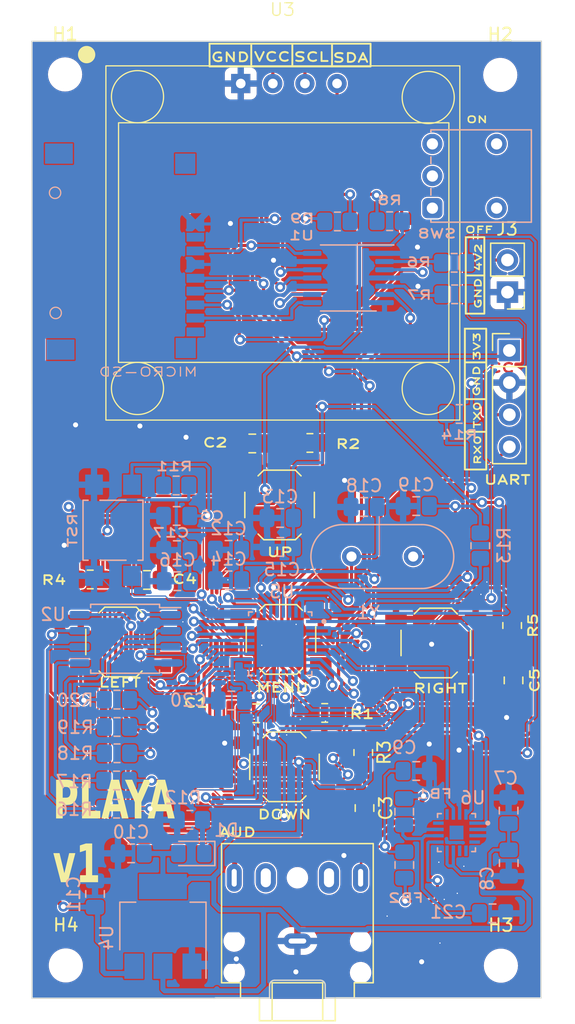
<source format=kicad_pcb>
(kicad_pcb (version 20221018) (generator pcbnew)
  (layers (0 "F.Cu" signal) (31 "B.Cu" signal) (34 "B.Paste" user) (35 "F.Paste" user) (36 "B.SilkS" user "B.Silkscreen") (37 "F.SilkS" user "F.Silkscreen") (38 "B.Mask" user) (39 "F.Mask" user) (44 "Edge.Cuts" user))
  (net 0 "")
  (net 1 "/MENU_BTN")
  (net 2 "GND")
  (net 3 "/UP_BTN")
  (net 4 "/DOWN_BTN")
  (net 5 "/LEFT_BTN")
  (net 6 "/RIGHT_BTN")
  (net 7 "Net-(SW6-A)")
  (net 8 "+3V3")
  (net 9 "/AUD_P")
  (net 10 "/4.2V_BATT")
  (net 11 "Net-(U5-XTAL_N)")
  (net 12 "Net-(C19-Pad1)")
  (net 13 "/VDD_SPI")
  (net 14 "Net-(U6-OUTN)")
  (net 15 "Net-(D1-K)")
  (net 16 "/AUD_N")
  (net 17 "Net-(U6-OUTP)")
  (net 19 "Net-(J1-DAT3{slash}CD)")
  (net 20 "Net-(J1-CMD)")
  (net 21 "Net-(J1-CLK)")
  (net 22 "Net-(J1-DAT0)")
  (net 24 "Net-(J4-Pin_3)")
  (net 25 "Net-(J4-Pin_4)")
  (net 26 "/SD_MOSI")
  (net 27 "Net-(R6-Pad2)")
  (net 28 "/SD_SCK")
  (net 29 "Net-(R7-Pad2)")
  (net 30 "/SD_CS")
  (net 31 "Net-(R8-Pad2)")
  (net 32 "Net-(R9-Pad2)")
  (net 33 "Net-(U5-XTAL_P)")
  (net 34 "Net-(U5-U0TXD)")
  (net 35 "Net-(U2-CLK)")
  (net 36 "Net-(U5-SPICLK)")
  (net 37 "Net-(U2-DI(IO0))")
  (net 38 "Net-(U5-SPID)")
  (net 39 "Net-(U2-DO(IO1))")
  (net 40 "Net-(U5-SPIQ)")
  (net 41 "Net-(U2-IO2)")
  (net 42 "Net-(U5-SPIWP)")
  (net 43 "Net-(U2-IO3)")
  (net 44 "Net-(U5-SPIHD)")
  (net 48 "/SD_MISO")
  (net 49 "Net-(U2-~{CS})")
  (net 50 "/SCL")
  (net 51 "/SDA")
  (net 52 "/BCLK")
  (net 53 "/DIN")
  (net 54 "/LRCLK")
  (footprint "Button_Switch_SMD:SW_SPST_TL3342" (layer "F.Cu") (at 137.99 69.21)
    (fp_text reference "MENU")
    (fp_text value "SW_MEC_5E")
  )
  (footprint "Capacitor_SMD:C_0805_2012Metric_Pad1.18x1.45mm_HandSolder" (layer "F.Cu") (at 135.72 53.72 180)
    (fp_text reference "C2")
    (fp_text value "100nF")
  )
  (footprint "Capacitor_SMD:C_0805_2012Metric_Pad1.18x1.45mm_HandSolder" (layer "F.Cu") (at 136.03 75.05)
    (fp_text reference "C1")
    (fp_text value "100nF")
  )
  (footprint "custom-modules:oled-ssd1306" (layer "F.Cu") (at 124.1395 23.872)
    (fp_text reference "U3")
    (fp_text value "~")
  )
  (footprint "Resistor_SMD:R_0805_2012Metric_Pad1.20x1.40mm_HandSolder" (layer "F.Cu") (at 140.28 53.68)
    (fp_text reference "R2")
    (fp_text value "10k")
  )
  (footprint "Capacitor_SMD:C_0805_2012Metric_Pad1.18x1.45mm_HandSolder" (layer "F.Cu") (at 144.6 82.54 -90)
    (fp_text reference "C3")
    (fp_text value "100nF")
  )
  (footprint "Button_Switch_SMD:SW_SPST_TL3342" (layer "F.Cu") (at 125.3 69.41)
    (fp_text reference "LEFT")
    (fp_text value "SW_MEC_5E")
  )
  (footprint "Connector_Audio:Jack_3.5mm_CUI_SJ1-3525N_Horizontal" (layer "F.Cu") (at 139.29 93.05)
    (fp_text reference "AUD")
    (fp_text value "AudioJack3")
    (fp_line (start -2.2 3.5) (end -2.2 4.5) (stroke (width 0.12)) (layer "Edge.Cuts"))
    (fp_line (start -2.2 4.5) (end -6.5 4.5) (stroke (width 0.12)) (layer "Edge.Cuts"))
    (fp_line (start 1.8 3.1) (end -1.8 3.1) (stroke (width 0.12)) (layer "Edge.Cuts"))
    (fp_line (start 2.2 3.5) (end 2.2 4.5) (stroke (width 0.12)) (layer "Edge.Cuts"))
    (fp_line (start 2.2 4.5) (end 6.5 4.5) (stroke (width 0.12)) (layer "Edge.Cuts"))
    (fp_arc (start -2.2 3.5) (mid -2.082842 3.217158) (end -1.8 3.1) (stroke (width 0.12)) (layer "Edge.Cuts"))
    (fp_arc (start 1.8 3.1) (mid 2.082843 3.217157) (end 2.2 3.5) (stroke (width 0.12)) (layer "Edge.Cuts"))
  )
  (footprint "MountingHole:MountingHole_2.2mm_M2" (layer "F.Cu") (at 120.97 94.98)
    (fp_text reference "H4")
    (fp_text value "MountingHole")
  )
  (footprint "Button_Switch_SMD:SW_SPST_TL3342" (layer "F.Cu") (at 137.88 58.58)
    (fp_text reference "UP")
    (fp_text value "SW_MEC_5E")
  )
  (footprint "MountingHole:MountingHole_2.2mm_M2" (layer "F.Cu") (at 155.39 95)
    (fp_text reference "H3")
    (fp_text value "MountingHole")
  )
  (footprint "MountingHole:MountingHole_2.2mm_M2" (layer "F.Cu") (at 155.34 24.59)
    (fp_text reference "H2")
    (fp_text value "MountingHole")
  )
  (footprint "Button_Switch_SMD:SW_SPST_TL3342" (layer "F.Cu") (at 138.27 79.28)
    (fp_text reference "DOWN")
    (fp_text value "SW_MEC_5E")
  )
  (footprint "Connector_PinHeader_2.54mm:PinHeader_1x02_P2.54mm_Vertical" (layer "F.Cu") (at 155.91 41.76 180)
    (fp_text reference "J3")
    (fp_text value "TP4056_CONN")
  )
  (footprint "Button_Switch_SMD:SW_SPST_TL3342" (layer "F.Cu") (at 150.24 69.49)
    (fp_text reference "RIGHT")
    (fp_text value "SW_MEC_5E")
  )
  (footprint "Resistor_SMD:R_0805_2012Metric_Pad1.20x1.40mm_HandSolder" (layer "F.Cu") (at 122.9 64.47 180)
    (fp_text reference "R4")
    (fp_text value "10k")
  )
  (footprint "Capacitor_SMD:C_0805_2012Metric_Pad1.18x1.45mm_HandSolder" (layer "F.Cu") (at 127.39 64.51)
    (fp_text reference "C4")
    (fp_text value "100nF")
  )
  (footprint "Connector_PinHeader_2.54mm:PinHeader_1x04_P2.54mm_Vertical" (layer "F.Cu") (at 156.06 46.37)
    (fp_text reference "UART")
    (fp_text value "UART")
  )
  (footprint "MountingHole:MountingHole_2.2mm_M2" (layer "F.Cu") (at 120.91 24.55)
    (fp_text reference "H1")
    (fp_text value "MountingHole")
  )
  (footprint "Resistor_SMD:R_0805_2012Metric_Pad1.20x1.40mm_HandSolder" (layer "F.Cu") (at 141.45 75.02)
    (fp_text reference "R1")
    (fp_text value "10k")
  )
  (footprint "Resistor_SMD:R_0805_2012Metric_Pad1.20x1.40mm_HandSolder" (layer "F.Cu") (at 144.5 78.15 -90)
    (fp_text reference "R3")
    (fp_text value "10k")
  )
  (footprint "Capacitor_SMD:C_0805_2012Metric_Pad1.18x1.45mm_HandSolder" (layer "F.Cu") (at 156.39 72.4475 -90)
    (fp_text reference "C5")
    (fp_text value "100nF")
  )
  (footprint "Resistor_SMD:R_0805_2012Metric_Pad1.20x1.40mm_HandSolder" (layer "F.Cu") (at 156.28 68.11 -90)
    (fp_text reference "R5")
    (fp_text value "10k")
  )
  (footprint "Capacitor_SMD:C_0805_2012Metric_Pad1.18x1.45mm_HandSolder" (layer "B.Cu") (at 156.01 86.8875 -90)
    (fp_text reference "C8")
    (fp_text value "0.1uF")
  )
  (footprint "Capacitor_SMD:C_0805_2012Metric_Pad1.18x1.45mm_HandSolder" (layer "B.Cu") (at 147.74 82.83 90)
    (fp_text reference "FB1")
    (fp_text value "FerriteBead")
  )
  (footprint "Capacitor_SMD:C_0805_2012Metric_Pad1.18x1.45mm_HandSolder" (layer "B.Cu") (at 126.13 86.12 180)
    (fp_text reference "C10")
    (fp_text value "100nF")
  )
  (footprint "Resistor_SMD:R_0805_2012Metric_Pad1.20x1.40mm_HandSolder" (layer "B.Cu") (at 129.7 57.04 180)
    (fp_text reference "R11")
    (fp_text value "10k/5%")
  )
  (footprint "Capacitor_SMD:C_0805_2012Metric_Pad1.18x1.45mm_HandSolder" (layer "B.Cu") (at 137.92 59.61 180)
    (fp_text reference "C13")
    (fp_text value "100nF")
  )
  (footprint "Capacitor_SMD:C_0805_2012Metric_Pad1.18x1.45mm_HandSolder" (layer "B.Cu") (at 133.84 64.54 180)
    (fp_text reference "C14")
    (fp_text value "100nF")
  )
  (footprint "Capacitor_SMD:C_0805_2012Metric_Pad1.18x1.45mm_HandSolder" (layer "B.Cu") (at 129.75 62.15 180)
    (fp_text reference "C17")
    (fp_text value "100nF")
  )
  (footprint "Capacitor_SMD:C_0805_2012Metric_Pad1.18x1.45mm_HandSolder" (layer "B.Cu") (at 129.79 64.61 180)
    (fp_text reference "C16")
    (fp_text value "100nF")
  )
  (footprint "Capacitor_SMD:C_0805_2012Metric_Pad1.18x1.45mm_HandSolder" (layer "B.Cu") (at 134.06 74.04 180)
    (fp_text reference "C20")
    (fp_text value "1uF")
  )
  (footprint "Resistor_SMD:R_0805_2012Metric_Pad1.20x1.40mm_HandSolder" (layer "B.Cu") (at 153.76 61.8 -90)
    (fp_text reference "R13")
    (fp_text value "10k")
  )
  (footprint "custom-modules:SD-CARD-Adapter-alibaba" (layer "B.Cu") (at 132.0675 51.9626 90)
    (fp_text reference "MICRO-SD")
    (fp_text value "Micro_SD_Card")
  )
  (footprint "Package_SO:TSSOP-14_4.4x5mm_P0.65mm" (layer "B.Cu") (at 143.32 40.64 180)
    (fp_text reference "U1")
    (fp_text value "74LVC125")
  )
  (footprint "Resistor_SMD:R_0805_2012Metric_Pad1.20x1.40mm_HandSolder" (layer "B.Cu") (at 152.09 51.39)
    (fp_text reference "R14")
    (fp_text value "499R")
  )
  (footprint "Capacitor_SMD:C_0805_2012Metric_Pad1.18x1.45mm_HandSolder" (layer "B.Cu") (at 133.84 62.13 180)
    (fp_text reference "C12")
    (fp_text value "100nF")
  )
  (footprint "Resistor_SMD:R_0805_2012Metric_Pad1.20x1.40mm_HandSolder" (layer "B.Cu") (at 125.02 76.13)
    (fp_text reference "R19")
    (fp_text value "10k")
  )
  (footprint "Capacitor_SMD:C_0805_2012Metric_Pad1.18x1.45mm_HandSolder" (layer "B.Cu") (at 137.94 61.9 180)
    (fp_text reference "C15")
    (fp_text value "1uF")
  )
  (footprint "Capacitor_SMD:C_0805_2012Metric_Pad1.18x1.45mm_HandSolder" (layer "B.Cu") (at 154.73 90.86)
    (fp_text reference "C21")
    (fp_text value "220pF")
  )
  (footprint "Capacitor_SMD:C_0805_2012Metric_Pad1.18x1.45mm_HandSolder" (layer "B.Cu") (at 148.69 79.61)
    (fp_text reference "C9")
    (fp_text value "220pF")
  )
  (footprint "Resistor_SMD:R_0805_2012Metric_Pad1.20x1.40mm_HandSolder" (layer "B.Cu") (at 146.58875 36.15 180)
    (fp_text reference "R8")
    (fp_text value "3.3k")
  )
  (footprint "Resistor_SMD:R_0805_2012Metric_Pad1.20x1.40mm_HandSolder" (layer "B.Cu") (at 151.69 39.44 180)
    (fp_text reference "R6")
    (fp_text value "3.3k")
  )
  (footprint "LED_SMD:LED_0805_2012Metric_Pad1.15x1.40mm_HandSolder" (layer "B.Cu") (at 130.9 86.13 180)
    (fp_text reference "D1")
    (fp_text value "LED")
  )
  (footprint "Button_Switch_THT:SW_Push_1P2T_Vertical_E-Switch_800UDP8P1A1M6" (layer "B.Cu") (at 149.97 35.12)
    (fp_text reference "SW8")
    (fp_text value "ON/OFF")
  )
  (footprint "Package_SO:SOIC-8_5.23x5.23mm_P1.27mm" (layer "B.Cu") (at 125.66 69.16 180)
    (fp_text reference "U2")
    (fp_text value "W25Q128JVS")
  )
  (footprint "Resistor_SMD:R_0805_2012Metric_Pad1.20x1.40mm_HandSolder" (layer "B.Cu") (at 124.98 80.36)
    (fp_text reference "R17")
    (fp_text value "10k")
  )
  (footprint "Resistor_SMD:R_0805_2012Metric_Pad1.20x1.40mm_HandSolder" (layer "B.Cu") (at 151.73 41.93 180)
    (fp_text reference "R7")
    (fp_text value "3.3k")
  )
  (footprint "MAX98357AETE:QFN50P300X300X80-17N" (layer "B.Cu") (at 151.8775 84.48 180)
    (fp_text reference "U6")
    (fp_text value "MAX98357AETE")
  )
  (footprint "Resistor_SMD:R_0805_2012Metric_Pad1.20x1.40mm_HandSolder" (layer "B.Cu") (at 130.78 83.47 180)
    (fp_text reference "R12")
    (fp_text value "220R")
  )
  (footprint "Capacitor_SMD:C_0805_2012Metric_Pad1.18x1.45mm_HandSolder" (layer "B.Cu") (at 148.69 58.67 180)
    (fp_text reference "C19")
    (fp_text value "22pF")
  )
  (footprint "Resistor_SMD:R_0805_2012Metric_Pad1.20x1.40mm_HandSolder" (layer "B.Cu") (at 124.98 82.59)
    (fp_text reference "R16")
    (fp_text value "10k")
  )
  (footprint "Crystal:Crystal_HC49-U_Vertical" (layer "B.Cu") (at 143.57 62.66)
    (fp_text reference "Y1")
    (fp_text value "40MHz")
  )
  (footprint "Capacitor_SMD:C_0805_2012Metric_Pad1.18x1.45mm_HandSolder" (layer "B.Cu") (at 123.28 89.33 90)
    (fp_text reference "C11")
    (fp_text value "100nF")
  )
  (footprint "Resistor_SMD:R_0805_2012Metric_Pad1.20x1.40mm_HandSolder" (layer "B.Cu") (at 142.45875 36.17)
    (fp_text reference "R9")
    (fp_text value "3.3k")
  )
  (footprint "Button_Switch_SMD:SW_SPST_TL3305A" (layer "B.Cu") (at 124.7 60.58 -90)
    (fp_text reference "RST")
    (fp_text value "RST")
  )
  (footprint "Capacitor_SMD:C_0805_2012Metric_Pad1.18x1.45mm_HandSolder" (layer "B.Cu") (at 144.57 58.74 180)
    (fp_text reference "C18")
    (fp_text value "22pF")
  )
  (footprint "Capacitor_SMD:C_0805_2012Metric_Pad1.18x1.45mm_HandSolder" (layer "B.Cu") (at 147.75 87.04 90)
    (fp_text reference "FB2")
    (fp_text value "FerriteBead")
  )
  (footprint "Capacitor_SMD:C_0805_2012Metric_Pad1.18x1.45mm_HandSolder" (layer "B.Cu") (at 129.74 59.45 180)
    (fp_text reference "C6")
    (fp_text value "100nF/50V")
  )
  (footprint "Resistor_SMD:R_0805_2012Metric_Pad1.20x1.40mm_HandSolder" (layer "B.Cu") (at 125.01 73.97)
    (fp_text reference "R20")
    (fp_text value "10k")
  )
  (footprint "ESP32C3:QFN32_5X5MM" (layer "B.Cu") (at 137.93 69.54 180)
    (fp_text reference "U5")
    (fp_text value "ESP32C3")
  )
  (footprint "Resistor_SMD:R_0805_2012Metric_Pad1.20x1.40mm_HandSolder" (layer "B.Cu") (at 125.02 78.21)
    (fp_text reference "R18")
    (fp_text value "10k")
  )
  (footprint "Package_TO_SOT_SMD:SOT-223-3_TabPin2" (layer "B.Cu") (at 128.65 91.89 90)
    (fp_text reference "U4")
    (fp_text value "AMS1117-3.3")
  )
  (footprint "Capacitor_SMD:C_0805_2012Metric_Pad1.18x1.45mm_HandSolder" (layer "B.Cu") (at 156 82.74 90)
    (fp_text reference "C7")
    (fp_text value "10uF")
  )
  (gr_rect (start 152.54 44.65) (end 154.23 55.78) (stroke (width 0.15)) (fill none) (layer "F.SilkS"))
  (gr_line (start 135.64 23.91) (end 135.64 22.13) (stroke (width 0.15)) (layer "F.SilkS"))
  (gr_line (start 152.57 52.8) (end 154.22 52.8) (stroke (width 0.15)) (layer "F.SilkS"))
  (gr_line (start 142.03 23.92) (end 142.03 22.13) (stroke (width 0.15)) (layer "F.SilkS"))
  (gr_line (start 152.54 50.215) (end 154.23 50.215) (stroke (width 0.15)) (layer "F.SilkS"))
  (gr_rect (start 132.34 22.12) (end 145.08 23.92) (stroke (width 0.15)) (fill none) (layer "F.SilkS"))
  (gr_line (start 152.61 40.44) (end 154.08 40.44) (stroke (width 0.15)) (layer "F.SilkS"))
  (gr_line (start 138.89 23.9) (end 138.89 22.17) (stroke (width 0.15)) (layer "F.SilkS"))
  (gr_rect (start 152.61 37.42) (end 154.08 43.46) (stroke (width 0.15)) (fill none) (layer "F.SilkS"))
  (gr_line (start 152.61 47.31) (end 154.2 47.31) (stroke (width 0.15)) (layer "F.SilkS"))
  (gr_line (start 158.59 21.92) (end 118.29 21.93) (stroke (width 0.1)) (layer "Edge.Cuts"))
  (gr_line (start 118.3 97.57) (end 132.67 97.57) (stroke (width 0.1)) (layer "Edge.Cuts"))
  (gr_line (start 132.79 97.57) (end 132.79 97.55) (stroke (width 0.1)) (layer "Edge.Cuts"))
  (gr_line (start 132.67 97.57) (end 132.79 97.57) (stroke (width 0.1)) (layer "Edge.Cuts"))
  (gr_line (start 145.97 97.55) (end 158.56 97.55) (stroke (width 0.1)) (layer "Edge.Cuts"))
  (gr_line (start 158.56 97.55) (end 158.59 21.92) (stroke (width 0.1)) (layer "Edge.Cuts"))
  (gr_line (start 118.29 21.93) (end 118.3 97.57) (stroke (width 0.1)) (layer "Edge.Cuts"))
  (gr_line (start 145.97 97.55) (end 145.79 97.55) (stroke (width 0.1)) (layer "Edge.Cuts"))
  (gr_text "VCC\n" (at 153.48 48.16) (layer "F.Cu") (effects (font (size 0.7 1) (thickness 0.175) bold) (justify left bottom)))
  (gr_text "VCC\n" (at 137.29 23.16) (layer "F.SilkS") (effects (font (size 0.7 1))))
  (gr_text "RX0" (at 153.55 54.24 90) (layer "F.SilkS") (effects (font (size 0.5 0.8) (thickness 0.125))))
  (gr_text "3V3" (at 153.5 46.04 90) (layer "F.SilkS") (effects (font (size 0.5 0.8) (thickness 0.125))))
  (gr_text "OFF\n" (at 153.66 36.83) (layer "F.SilkS") (effects (font (size 0.5 0.8) (thickness 0.125))))
  (gr_text "SCL\n" (at 140.39 23.17) (layer "F.SilkS") (effects (font (size 0.7 1))))
  (gr_text "GND" (at 153.59 41.85 90) (layer "F.SilkS") (effects (font (size 0.5 0.8) (thickness 0.125))))
  (gr_text "GND\n" (at 133.98 23.19) (layer "F.SilkS") (effects (font (size 0.7 1))))
  (gr_text "TX0\n" (at 153.52 51.47 90) (layer "F.SilkS") (effects (font (size 0.5 0.8) (thickness 0.125))))
  (gr_text "4V2\n" (at 153.61 39.02 90) (layer "F.SilkS") (effects (font (size 0.5 0.8) (thickness 0.125))))
  (gr_text "PLAYA\nv1" (at 119.94 88.91) (layer "F.SilkS") (effects (font (size 3 2) (thickness 0.2) bold) (justify left bottom)))
  (gr_text "GND\n" (at 153.47 48.78 90) (layer "F.SilkS") (effects (font (size 0.5 0.8) (thickness 0.125))))
  (gr_text "ON" (at 153.5 28.12) (layer "F.SilkS") (effects (font (size 0.5 0.8) (thickness 0.125))))
  (gr_text "SDA" (at 143.5 23.24) (layer "F.SilkS") (effects (font (size 0.7 1))))
  (segment (start 132.18 67.28) (end 133.16 68.26) (width 0.1) (layer "F.Cu") (net 1))
  (segment (start 135.633959 75.695) (end 135.865 75.695) (width 0.25) (layer "F.Cu") (net 1))
  (segment (start 124.91 83.16) (end 125.53 83.78) (width 0.25) (layer "F.Cu") (net 1))
  (segment (start 134.84 71.11) (end 134.84 69.3) (width 0.25) (layer "F.Cu") (net 1))
  (segment (start 134.9925 75.05) (end 134.9925 75.053541) (width 0.25) (layer "F.Cu") (net 1))
  (segment (start 142.45 74.21) (end 142.45 75.02) (width 0.25) (layer "F.Cu") (net 1))
  (segment (start 124.91 67.363604) (end 124.91 83.16) (width 0.25) (layer "F.Cu") (net 1))
  (segment (start 141.46 74.06) (end 141.88 73.64) (width 0.25) (layer "F.Cu") (net 1))
  (segment (start 134.9925 75.053541) (end 135.633959 75.695) (width 0.25) (layer "F.Cu") (net 1))
  (segment (start 133.16 68.26) (end 133.16 68.36) (width 0.1) (layer "F.Cu") (net 1))
  (segment (start 138.86 74.42) (end 139.31 74.42) (width 0.25) (layer "F.Cu") (net 1))
  (segment (start 131.83 67.28) (end 131.73 67.18) (width 0.25) (layer "F.Cu") (net 1))
  (segment (start 136.68 83.78) (end 137.61 83.78) (width 0.25) (layer "F.Cu") (net 1))
  (segment (start 134.1 69.3) (end 134.84 69.3) (width 0.1) (layer "F.Cu") (net 1))
  (segment (start 136.68 83.78) (end 136.78 83.78) (width 0.25) (layer "F.Cu") (net 1))
  (segment (start 125.53 83.78) (end 136.68 83.78) (width 0.25) (layer "F.Cu") (net 1))
  (segment (start 137.9 76.65) (end 138.48 76.07) (width 0.25) (layer "F.Cu") (net 1))
  (segment (start 138.48 74.8) (end 138.86 74.42) (width 0.25) (layer "F.Cu") (net 1))
  (segment (start 142.065 72.83) (end 142.065 73.455) (width 0.25) (layer "F.Cu") (net 1))
  (segment (start 139.31 74.42) (end 139.67 74.06) (width 0.25) (layer "F.Cu") (net 1))
  (segment (start 142.065 73.455) (end 141.88 73.64) (width 0.25) (layer "F.Cu") (net 1))
  (segment (start 133.16 68.36) (end 134.1 69.3) (width 0.1) (layer "F.Cu") (net 1))
  (segment (start 142.065 72.035) (end 141.14 71.11) (width 0.25) (layer "F.Cu") (net 1))
  (segment (start 139.67 74.06) (end 141.46 74.06) (width 0.25) (layer "F.Cu") (net 1))
  (segment (start 142.065 72.83) (end 142.065 72.035) (width 0.25) (layer "F.Cu") (net 1))
  (segment (start 137.61 83.78) (end 138.25 83.14) (width 0.25) (layer "F.Cu") (net 1))
  (segment (start 141.88 73.64) (end 142.45 74.21) (width 0.25) (layer "F.Cu") (net 1))
  (segment (start 136.82 76.65) (end 137.9 76.65) (width 0.25) (layer "F.Cu") (net 1))
  (segment (start 126.213604 66.06) (end 124.91 67.363604) (width 0.25) (layer "F.Cu") (net 1))
  (segment (start 135.865 75.695) (end 136.82 76.65) (width 0.25) (layer "F.Cu") (net 1))
  (segment (start 138.48 76.07) (end 138.48 74.8) (width 0.25) (layer "F.Cu") (net 1))
  (segment (start 131.73 66.546116) (end 131.243884 66.06) (width 0.25) (layer "F.Cu") (net 1))
  (segment (start 131.73 67.18) (end 131.73 66.546116) (width 0.25) (layer "F.Cu") (net 1))
  (segment (start 132.18 67.28) (end 131.83 67.28) (width 0.25) (layer "F.Cu") (net 1))
  (segment (start 131.243884 66.06) (end 126.213604 66.06) (width 0.25) (layer "F.Cu") (net 1))
  (via (at 138.25 83.14) (size 0.8) (drill 0.4) (layers "F.Cu" "B.Cu") (net 1))
  (via (at 137.38 76.71) (size 0.8) (drill 0.4) (layers "F.Cu" "B.Cu") (net 1))
  (via (at 142.065 72.83) (size 0.8) (drill 0.4) (layers "F.Cu" "B.Cu") (net 1))
  (segment (start 142.065 72.371396) (end 140.983604 71.29) (width 0.25) (layer "B.Cu") (net 1))
  (segment (start 140.983604 71.29) (end 140.38 71.29) (width 0.25) (layer "B.Cu") (net 1))
  (segment (start 142.065 72.83) (end 142.065 72.371396) (width 0.25) (layer "B.Cu") (net 1))
  (segment (start 138.25 77.58) (end 137.38 76.71) (width 0.25) (layer "B.Cu") (net 1))
  (segment (start 138.25 83.14) (end 138.25 77.58) (width 0.25) (layer "B.Cu") (net 1))
  (segment (start 134.6825 56.6325) (end 134.73 56.68) (width 0.25) (layer "F.Cu") (net 2))
  (segment (start 153.39 67.59) (end 154.82 67.59) (width 0.25) (layer "F.Cu") (net 2))
  (segment (start 139.17 95.49) (end 139.33 95.33) (width 0.25) (layer "F.Cu") (net 2))
  (segment (start 130.48 53.23) (end 132.35 53.23) (width 0.25) (layer "F.Cu") (net 2))
  (segment (start 132.35 53.23) (end 132.89 53.77) (width 0.25) (layer "F.Cu") (net 2))
  (segment (start 137.89 77.51) (end 136.99 77.51) (width 0.1) (layer "F.Cu") (net 2))
  (segment (start 120.71 61.9) (end 120.71 67.34) (width 0.25) (layer "F.Cu") (net 2))
  (segment (start 138.44 76.76) (end 137.89 77.31) (width 0.1) (layer "F.Cu") (net 2))
  (segment (start 132.205 67.005) (end 132.08 66.88) (width 0.1) (layer "F.Cu") (net 2))
  (segment (start 156.39 75.11) (end 156.39 73.485) (width 0.25) (layer "F.Cu") (net 2))
  (segment (start 154.82 67.59) (end 154.82 75.09) (width 0.25) (layer "F.Cu") (net 2))
  (segment (start 151.6 77.48) (end 152.08 77.96) (width 0.25) (layer "F.Cu") (net 2))
  (segment (start 138.31 95.49) (end 139.17 95.49) (width 0.25) (layer "F.Cu") (net 2))
  (segment (start 137.4 37.19) (end 134.85 37.19) (width 0.25) (layer "F.Cu") (net 2))
  (segment (start 134.84 67.31) (end 134.535 67.005) (width 0.1) (layer "F.Cu") (net 2))
  (segment (start 135.09 77.41) (end 135.12 77.38) (width 0.25) (layer "F.Cu") (net 2))
  (segment (start 134.535 67.005) (end 132.205 67.005) (width 0.1) (layer "F.Cu") (net 2))
  (segment (start 134.78 76.3) (end 134.78 76.222612) (width 0.1) (layer "F.Cu") (net 2))
  (segment (start 135.625 74.175) (end 135.65 74.2) (width 0.1) (layer "F.Cu") (net 2))
  (segment (start 133.535 77.41) (end 135.09 77.41) (width 0.25) (layer "F.Cu") (net 2))
  (segment (start 141.03 56.68) (end 143.28 56.68) (width 0.25) (layer "F.Cu") (net 2))
  (segment (start 132.93 56.68) (end 134.73 56.68) (width 0.25) (layer "F.Cu") (net 2))
  (segment (start 134.456892 94.466456) (end 137.286456 94.466456) (width 0.25) (layer "F.Cu") (net 2))
  (segment (start 149.72 77.48) (end 151.6 77.48) (width 0.25) (layer "F.Cu") (net 2))
  (segment (start 134 75.442612) (end 134 74.59) (width 0.1) (layer "F.Cu") (net 2))
  (segment (start 141.14 67.31) (end 141.47 66.98) (width 0.25) (layer "F.Cu") (net 2))
  (segment (start 156.17 75.33) (end 156.39 75.11) (width 0.25) (layer "F.Cu") (net 2))
  (segment (start 134.6825 53.72) (end 134.6825 56.6325) (width 0.25) (layer "F.Cu") (net 2))
  (segment (start 120.84 61.77) (end 120.71 61.9) (width 0.25) (layer "F.Cu") (net 2))
  (segment (start 154.82 75.09) (end 155.06 75.33) (width 0.25) (layer "F.Cu") (net 2))
  (segment (start 155.06 75.33) (end 156.17 75.33) (width 0.25) (layer "F.Cu") (net 2))
  (segment (start 135.78 76.3) (end 134.78 76.3) (width 0.1) (layer "F.Cu") (net 2))
  (segment (start 132.89 53.77) (end 132.89 56.72) (width 0.25) (layer "F.Cu") (net 2))
  (segment (start 120.88 67.51) (end 122.15 67.51) (width 0.25) (layer "F.Cu") (net 2))
  (segment (start 134.78 76.222612) (end 134 75.442612) (width 0.1) (layer "F.Cu") (net 2))
  (segment (start 136.99 77.51) (end 135.78 76.3) (width 0.1) (layer "F.Cu") (net 2))
  (segment (start 137.89 77.31) (end 137.89 77.51) (width 0.1) (layer "F.Cu") (net 2))
  (segment (start 132.89 56.72) (end 132.93 56.68) (width 0.25) (layer "F.Cu") (net 2))
  (segment (start 137.286456 94.466456) (end 138.31 95.49) (width 0.25) (layer "F.Cu") (net 2))
  (segment (start 134 74.59) (end 134.415 74.175) (width 0.1) (layer "F.Cu") (net 2))
  (segment (start 134.85 37.19) (end 133.99 36.33) (width 0.25) (layer "F.Cu") (net 2))
  (segment (start 137.4 39.24) (end 137.4 37.19) (width 0.25) (layer "F.Cu") (net 2))
  (segment (start 134.415 74.175) (end 135.625 74.175) (width 0.1) (layer "F.Cu") (net 2))
  (segment (start 120.71 67.34) (end 120.88 67.51) (width 0.25) (layer "F.Cu") (net 2))
  (via (at 150.91 89.76) (size 0.2) (drill 0.1) (layers "F.Cu" "B.Cu") (net 2))
  (via (at 134.456892 94.466456) (size 0.8) (drill 0.4) (layers "F.Cu" "B.Cu") (net 2))
  (via (at 130.48 53.23) (size 0.8) (drill 0.4) (layers "F.Cu" "B.Cu") (net 2))
  (via (at 152.08 77.96) (size 0.8) (drill 0.4) (layers "F.Cu" "B.Cu") (net 2))
  (via (at 149.72 77.48) (size 0.8) (drill 0.4) (layers "F.Cu" "B.Cu") (net 2))
  (via (at 141.71 65.89) (size 0.2) (drill 0.1) (layers "F.Cu" "B.Cu") (net 2))
  (via (at 135.81 75.27) (size 0.2) (drill 0.1) (layers "F.Cu" "B.Cu") (net 2))
  (via (at 148.79 38.2) (size 0.8) (drill 0.4) (layers "F.Cu" "B.Cu") (net 2))
  (via (at 132.08 66.88) (size 0.2) (drill 0.1) (layers "F.Cu" "B.Cu") (net 2))
  (via (at 155.84 75.38) (size 0.8) (drill 0.4) (layers "F.Cu" "B.Cu") (net 2))
  (via (at 133.535 77.41) (size 0.8) (drill 0.4) (layers "F.Cu" "B.Cu") (net 2))
  (via (at 142.97 86.29) (size 0.8) (drill 0.4) (layers "F.Cu" "B.Cu") (net 2))
  (via (at 120.84 61.77) (size 0.8) (drill 0.4) (layers "F.Cu" "B.Cu") (net 2))
  (via (at 154.28 64.67) (size 0.2) (drill 0.1) (layers "F.Cu" "B.Cu") (net 2))
  (via (at 139.19 68.02) (size 0.2) (drill 0.1) (layers "F.Cu" "B.Cu") (net 2))
  (via (at 146.39 91.08) (size 0.2) (drill 0.1) (layers "F.Cu" "B.Cu") (net 2))
  (via (at 137.99 73.25) (size 0.2) (drill 0.1) (layers "F.Cu" "B.Cu") (net 2))
  (via (at 139.17 95.49) (size 0.8) (drill 0.4) (layers "F.Cu" "B.Cu") (net 2))
  (via (at 141.51 75.67) (size 0.2) (drill 0.1) (layers "F.Cu" "B.Cu") (net 2))
  (via (at 146.69 75.14) (size 0.2) (drill 0.1) (layers "F.Cu" "B.Cu") (net 2))
  (via (at 129.79 64.61) (size 0.2) (drill 0.1) (layers "F.Cu" "B.Cu") (net 2))
  (via (at 150.48 86.82) (size 0.2) (drill 0.1) (layers "F.Cu" "B.Cu") (net 2))
  (via (at 126.83 52.34) (size 0.8) (drill 0.4) (layers "F.Cu" "B.Cu") (net 2))
  (via (at 121.74 52.25) (size 0.8) (drill 0.4) (layers "F.Cu" "B.Cu") (net 2))
  (via (at 150.56974 93.211229) (size 0.2) (drill 0.1) (layers "F.Cu" "B.Cu") (net 2))
  (via (at 138.44 76.76) (size 0.2) (drill 0.1) (layers "F.Cu" "B.Cu") (net 2))
  (via (at 151.94 89.28) (size 0.2) (drill 0.1) (layers "F.Cu" "B.Cu") (net 2))
  (via (at 137.4 39.24) (size 0.8) (drill 0.4) (layers "F.Cu" "B.Cu") (net 2))
  (via (at 136.47 69.67) (size 0.2) (drill 0.1) (layers "F.Cu" "B.Cu") (net 2))
  (via (at 130.23 67.82) (size 0.2) (drill 0.1) (layers "F.Cu" "B.Cu") (net 2))
  (via (at 126.09 72.34) (size 0.8) (drill 0.4) (layers "F.Cu" "B.Cu") (net 2))
  (via (at 133.99 36.33) (size 0.8) (drill 0.4) (layers "F.Cu" "B.Cu") (net 2))
  (via (at 152.46 87.14) (size 0.2) (drill 0.1) (layers "F.Cu" "B.Cu") (net 2))
  (via (at 143.02 56.64) (size 0.8) (drill 0.4) (layers "F.Cu" "B.Cu") (net 2))
  (via (at 149.12 94.69) (size 0.8) (drill 0.4) (layers "F.Cu" "B.Cu") (net 2))
  (via (at 148.827653 41.295) (size 0.8) (drill 0.4) (layers "F.Cu" "B.Cu") (net 2))
  (via (at 133.79 64.5) (size 0.2) (drill 0.1) (layers "F.Cu" "B.Cu") (net 2))
  (via (at 139.52 75.54) (size 0.2) (drill 0.1) (layers "F.Cu" "B.Cu") (net 2))
  (via (at 149.91 69.59) (size 0.8) (drill 0.4) (layers "F.Cu" "B.Cu") (net 2))
  (via (at 153.81 65.65) (size 0.2) (drill 0.1) (layers "F.Cu" "B.Cu") (net 2))
  (segment (start 147.6525 56.3425) (end 147.6 56.29) (width 0.25) (layer "B.Cu") (net 2))
  (segment (start 133.98 36.37) (end 133.99 36.36) (width 0.25) (layer "B.Cu") (net 2))
  (segment (start 137.79 73.51) (end 137.791091 73.511091) (width 0.1) (layer "B.Cu") (net 2))
  (segment (start 137.77 74) (end 137.77 73.532182) (width 0.1) (layer "B.Cu") (net 2))
  (segment (start 129.78 81.32) (end 130.58 80.52) (width 0.25) (layer "B.Cu") (net 2))
  (segment (start 128.7525 64.61) (end 128.7525 62.19) (width 0.25) (layer "B.Cu") (net 2))
  (segment (start 137.791091 73.511091) (end 137.99 73.312182) (width 0.1) (layer "B.Cu") (net 2))
  (segment (start 148.3 38.69) (end 148.39 38.6) (width 0.25) (layer "B.Cu") (net 2))
  (segment (start 138.15 75.54) (end 137.95 75.34) (width 0.1) (layer "B.Cu") (net 2))
  (segment (start 131.32 66.22) (end 130.37 66.22) (width 0.1) (layer "B.Cu") (net 2))
  (segment (start 155.97 75.51) (end 155.84 75.38) (width 0.25) (layer "B.Cu") (net 2))
  (segment (start 150.2 80.0825) (end 149.7275 79.61) (width 0.25) (layer "B.Cu") (net 2))
  (segment (start 131.2175 36.37) (end 133.98 36.37) (width 0.25) (layer "B.Cu") (net 2))
  (segment (start 147.6 56.29) (end 143.37 56.29) (width 0.25) (layer "B.Cu") (net 2))
  (segment (start 134.733858 92.235) (end 135.82 93.321142) (width 0.25) (layer "B.Cu") (net 2))
  (segment (start 123.27 86.26) (end 123.41 86.12) (width 0.25) (layer "B.Cu") (net 2))
  (segment (start 149.7275 79.61) (end 149.7275 77.4875) (width 0.25) (layer "B.Cu") (net 2))
  (segment (start 131.46 66.26) (end 131.36 66.26) (width 0.1) (layer "B.Cu") (net 2))
  (segment (start 149.09 83.98) (end 149.09 82.53) (width 0.25) (layer "B.Cu") (net 2))
  (segment (start 131.255 94.735) (end 134.188348 94.735) (width 0.25) (layer "B.Cu") (net 2))
  (segment (start 127.07 73.24) (end 127.87 74.04) (width 0.25) (layer "B.Cu") (net 2))
  (segment (start 157.39 41.76) (end 155.91 41.76) (width 0.25) (layer "B.Cu") (net 2))
  (segment (start 150.4425 84.23) (end 149.34 84.23) (width 0.25) (layer "B.Cu") (net 2))
  (segment (start 125.71 66.28) (end 123.61 64.18) (width 0.1) (layer "B.Cu") (net 2))
  (segment (start 148.827653 41.295) (end 148.827653 41.067653) (width 0.25) (layer "B.Cu") (net 2))
  (segment (start 149.7275 77.4875) (end 149.72 77.48) (width 0.25) (layer "B.Cu") (net 2))
  (segment (start 152.1275 82.398504) (end 152 82.271004) (width 0.25) (layer "B.Cu") (net 2))
  (segment (start 146.1825 38.69) (end 148.3 38.69) (width 0.25) (layer "B.Cu") (net 2))
  (segment (start 148.827653 41.067653) (end 148.4 40.64) (width 0.25) (layer "B.Cu") (net 2))
  (segment (start 156 79.73) (end 156 81.7025) (width 0.25) (layer "B.Cu") (net 2))
  (segment (start 149.34 84.23) (end 149.09 83.98) (width 0.25) (layer "B.Cu") (net 2))
  (segment (start 123.28 88.2925) (end 125.0025 88.2925) (width 0.25) (layer "B.Cu") (net 2))
  (segment (start 149.09 82.53) (end 150.11 82.53) (width 0.25) (layer "B.Cu") (net 2))
  (segment (start 154.44 84.26) (end 154.44 84.72) (width 0.25) (layer "B.Cu") (net 2))
  (segment (start 137.77 73.532182) (end 137.79 73.512182) (width 0.1) (layer "B.Cu") (net 2))
  (segment (start 157.69 48.81) (end 157.69 42.06) (width 0.25) (layer "B.Cu") (net 2))
  (segment (start 127.07 71.22) (end 127.07 73.24) (width 0.25) (layer "B.Cu") (net 2))
  (segment (start 150.2 82.44) (end 150.2 80.0825) (width 0.25) (layer "B.Cu") (net 2))
  (segment (start 131.36 66.26) (end 131.32 66.22) (width 0.1) (layer "B.Cu") (net 2))
  (segment (start 125.0025 88.2925) (end 125.27 88.56) (width 0.25) (layer "B.Cu") (net 2))
  (segment (start 125.66 83.85) (end 128 83.85) (width 0.25) (layer "B.Cu") (net 2))
  (segment (start 133.99 36.36) (end 133.99 36.33) (width 0.25) (layer "B.Cu") (net 2))
  (segment (start 152.1275 83.045) (end 152.1275 82.398504) (width 0.25) (layer "B.Cu") (net 2))
  (segment (start 128.38 83.47) (end 129.78 83.47) (width 0.25) (layer "B.Cu") (net 2))
  (segment (start 136.9025 59.63) (end 136.8825 59.61) (width 0.25) (layer "B.Cu") (net 2))
  (segment (start 148.27 40.64) (end 148.4 40.64) (width 0.25) (layer "B.Cu") (net 2))
  (segment (start 154.7 79.7) (end 155.97 79.7) (width 0.25) (layer "B.Cu") (net 2))
  (segment (start 135.82 94.44) (end 135.793544 94.466456) (width 0.25) (layer "B.Cu") (net 2))
  (segment (start 128 83.85) (end 128.38 83.47) (width 0.25) (layer "B.Cu") (net 2))
  (segment (start 125.0925 86.12) (end 125.0925 84.4175) (width 0.25) (layer "B.Cu") (net 2))
  (segment (start 123.2 61.78) (end 123.2 64.18) (width 0.25) (layer "B.Cu") (net 2))
  (segment (start 152 78.04) (end 152.08 77.96) (width 0.25) (layer "B.Cu") (net 2))
  (segment (start 131.2175 39.5704) (end 134.5896 39.5704) (width 0.25) (layer "B.Cu") (net 2))
  (segment (start 125.27 88.56) (end 125.27 89.84) (width 0.25) (layer "B.Cu") (net 2))
  (segment (start 153.3125 84.23) (end 154.41 84.23) (width 0.25) (layer "B.Cu") (net 2))
  (segment (start 132.08 66.88) (end 131.46 66.26) (width 0.1) (layer "B.Cu") (net 2))
  (segment (start 136.9025 61.9) (end 136.9025 59.63) (width 0.25) (layer "B.Cu") (net 2))
  (segment (start 155.97 79.7) (end 156 79.73) (width 0.25) (layer "B.Cu") (net 2))
  (segment (start 133.55 77.425) (end 133.535 77.41) (width 0.25) (layer "B.Cu") (net 2))
  (segment (start 134.5896 39.5704) (end 134.82 39.34) (width 0.25) (layer "B.Cu") (net 2))
  (segment (start 128.7125 59.46) (end 128.7025 59.45) (width 0.25) (layer "B.Cu") (net 2))
  (segment (start 154.41 84.23) (end 154.7 83.94) (width 0.25) (layer "B.Cu") (net 2))
  (segment (start 134.188348 94.735) (end 134.456892 94.466456) (width 0.25) (layer "B.Cu") (net 2))
  (segment (start 147.6525 58.67) (end 147.6525 56.3425) (width 0.25) (layer "B.Cu") (net 2))
  (segment (start 135.82 93.321142) (end 135.82 94.44) (width 0.25) (layer "B.Cu") (net 2))
  (segment (start 146.1825 40.64) (end 148.27 40.64) (width 0.25) (layer "B.Cu") (net 2))
  (segment (start 130.31 66.28) (end 125.71 66.28) (width 0.1) (layer "B.Cu") (net 2))
  (segment (start 154.45 84.73) (end 153.3125 84.73) (width 0.25) (layer "B.Cu") (net 2))
  (segment (start 154.44 84.72) (end 154.45 84.73) (width 0.25) (layer "B.Cu") (net 2))
  (segment (start 148.39 38.6) (end 148.79 38.2) (width 0.25) (layer "B.Cu") (net 2))
  (segment (start 135.793544 94.466456) (end 134.456892 94.466456) (width 0.25) (layer "B.Cu") (net 2))
  (segment (start 130.58 80.52) (end 133.55 80.52) (width 0.25) (layer "B.Cu") (net 2))
  (segment (start 137.95 75.34) (end 137.95 74.18) (width 0.1) (layer "B.Cu") (net 2))
  (segment (start 133.0225 76.8975) (end 133.535 77.41) (width 0.25) (layer "B.Cu") (net 2))
  (segment (start 139.17 95.49) (end 139.17 93.37) (width 0.25) (layer "B.Cu") (net 2))
  (segment (start 123.28 88.2925) (end 123.28 86.27) (width 0.25) (layer "B.Cu") (net 2))
  (segment (start 139.52 75.54) (end 138.15 75.54) (width 0.1) (layer "B.Cu") (net 2))
  (segment (start 120.84 61.77) (end 120.85 61.78) (width 0.25) (layer "B.Cu") (net 2))
  (segment (start 130.37 66.22) (end 130.31 66.28) (width 0.1) (layer "B.Cu") (net 2))
  (segment (start 137.95 74.18) (end 137.77 74) (width 0.1) (layer "B.Cu") (net 2))
  (segment (start 123.28 86.27) (end 123.27 86.26) (width 0.25) (layer "B.Cu") (net 2))
  (segment (start 152 82.271004) (end 152 78.04) (width 0.25) (layer "B.Cu") (net 2))
  (segment (start 130.95 95.04) (end 131.255 94.735) (width 0.25) (layer "B.Cu") (net 2))
  (segment (start 150.11 82.53) (end 150.2 82.44) (width 0.25) (layer "B.Cu") (net 2))
  (segment (start 127.87 74.04) (end 133.0225 74.04) (width 0.25) (layer "B.Cu") (net 2))
  (segment (start 128.7525 62.19) (end 128.7125 62.15) (width 0.25) (layer "B.Cu") (net 2))
  (segment (start 134.82 39.34) (end 140.4575 39.34) (width 0.25) (layer "B.Cu") (net 2))
  (segment (start 125.27 89.84) (end 127.665 92.235) (width 0.25) (layer "B.Cu") (net 2))
  (segment (start 137.79 73.512182) (end 137.79 73.51) (width 0.1) (layer "B.Cu") (net 2))
  (segment (start 129.26 71.065) (end 127.225 71.065) (width 0.25) (layer "B.Cu") (net 2))
  (segment (start 154.41 84.23) (end 154.44 84.26) (width 0.25) (layer "B.Cu") (net 2))
  (segment (start 123.2 56.98) (end 123.2 61.78) (width 0.25) (layer "B.Cu") (net 2))
  (segment (start 128.7125 60.63) (end 128.7125 59.46) (width 0.25) (layer "B.Cu") (net 2))
  (segment (start 157.69 42.06) (end 157.39 41.76) (width 0.25) (layer "B.Cu") (net 2))
  (segment (start 120.85 61.78) (end 123.2 61.78) (width 0.25) (layer "B.Cu") (net 2))
  (segment (start 132.8025 64.54) (end 132.8025 62.13) (width 0.25) (layer "B.Cu") (net 2))
  (segment (start 139.17 93.37) (end 139.33 93.21) (width 0.25) (layer "B.Cu") (net 2))
  (segment (start 133.0225 74.04) (end 133.0225 76.8975) (width 0.25) (layer "B.Cu") (net 2))
  (segment (start 137.99 73.312182) (end 137.99 73.25) (width 0.1) (layer "B.Cu") (net 2))
  (segment (start 129.78 83.47) (end 129.78 81.32) (width 0.25) (layer "B.Cu") (net 2))
  (segment (start 123.41 86.12) (end 125.0925 86.12) (width 0.25) (layer "B.Cu") (net 2))
  (segment (start 143.1 58.74) (end 143.5325 58.74) (width 0.25) (layer "B.Cu") (net 2))
  (segment (start 155.97 79.7) (end 155.97 75.51) (width 0.25) (layer "B.Cu") (net 2))
  (segment (start 123.61 64.18) (end 123.2 64.18) (width 0.1) (layer "B.Cu") (net 2))
  (segment (start 154.7 83.94) (end 154.7 79.7) (width 0.25) (layer "B.Cu") (net 2))
  (segment (start 127.225 71.065) (end 127.07 71.22) (width 0.25) (layer "B.Cu") (net 2))
  (segment (start 125.0925 84.4175) (end 125.66 83.85) (width 0.25) (layer "B.Cu") (net 2))
  (segment (start 143.37 56.29) (end 143.02 56.64) (width 0.25) (layer "B.Cu") (net 2))
  (segment (start 133.55 80.52) (end 133.55 77.425) (width 0.25) (layer "B.Cu") (net 2))
  (segment (start 128.7125 62.15) (end 128.7125 60.63) (width 0.25) (layer "B.Cu") (net 2))
  (segment (start 157.59 48.91) (end 157.69 48.81) (width 0.25) (layer "B.Cu") (net 2))
  (segment (start 143.3525 58.56) (end 143.5325 58.74) (width 0.25) (layer "B.Cu") (net 2))
  (segment (start 127.665 92.235) (end 134.733858 92.235) (width 0.25) (layer "B.Cu") (net 2))
  (segment (start 156.06 48.91) (end 157.59 48.91) (width 0.25) (layer "B.Cu") (net 2))
  (segment (start 137.09 55.65) (end 137.66 55.65) (width 0.25) (layer "F.Cu") (net 3))
  (segment (start 136.7575 55.3175) (end 137.09 55.65) (width 0.25) (layer "F.Cu") (net 3))
  (segment (start 132.53 64.86) (end 134.73 62.66) (width 0.25) (layer "F.Cu") (net 3))
  (segment (start 132.53 66.03) (end 132.53 64.86) (width 0.25) (layer "F.Cu") (net 3))
  (segment (start 134.73 60.48) (end 134.73 58.47) (width 0.25) (layer "F.Cu") (net 3))
  (segment (start 141.28 55.58) (end 141.28 53.68) (width 0.25) (layer "F.Cu") (net 3))
  (segment (start 137.515 58.355) (end 137.64 58.23) (width 0.25) (layer "F.Cu") (net 3))
  (segment (start 141.03 58.29) (end 141.03 60.48) (width 0.25) (layer "F.Cu") (net 3))
  (segment (start 137.64 55.67) (end 137.66 55.65) (width 0.25) (layer "F.Cu") (net 3))
  (segment (start 137.58 58.29) (end 141.03 58.29) (width 0.25) (layer "F.Cu") (net 3))
  (segment (start 137.515 58.355) (end 137.58 58.29) (width 0.25) (layer "F.Cu") (net 3))
  (segment (start 141.21 55.65) (end 141.28 55.58) (width 0.25) (layer "F.Cu") (net 3))
  (segment (start 137.64 58.23) (end 137.64 55.67) (width 0.25) (layer "F.Cu") (net 3))
  (segment (start 134.73 58.47) (end 137.4 58.47) (width 0.25) (layer "F.Cu") (net 3))
  (segment (start 137.66 55.65) (end 141.21 55.65) (width 0.25) (layer "F.Cu") (net 3))
  (segment (start 134.73 62.66) (end 134.73 60.48) (width 0.25) (layer "F.Cu") (net 3))
  (segment (start 137.4 58.47) (end 137.515 58.355) (width 0.25) (layer "F.Cu") (net 3))
  (segment (start 136.7575 53.72) (end 136.7575 55.3175) (width 0.25) (layer "F.Cu") (net 3))
  (via (at 132.53 66.03) (size 0.8) (drill 0.4) (layers "F.Cu" "B.Cu") (net 3))
  (segment (start 136.18 66.65) (end 136.18 67.09) (width 0.25) (layer "B.Cu") (net 3))
  (segment (start 133.12 66.62) (end 136.15 66.62) (width 0.25) (layer "B.Cu") (net 3))
  (segment (start 136.15 66.62) (end 136.18 66.65) (width 0.25) (layer "B.Cu") (net 3))
  (segment (start 132.53 66.03) (end 133.12 66.62) (width 0.25) (layer "B.Cu") (net 3))
  (segment (start 144.6 81.5025) (end 144.6 79.25) (width 0.25) (layer "F.Cu") (net 4))
  (segment (start 144.5225 81.58) (end 144.6 81.5025) (width 0.25) (layer "F.Cu") (net 4))
  (segment (start 136.08 72.27) (end 133.76 72.27) (width 0.25) (layer "F.Cu") (net 4))
  (segment (start 144.6 79.25) (end 144.5 79.15) (width 0.25) (layer "F.Cu") (net 4))
  (segment (start 138.72 81.18) (end 135.12 81.18) (width 0.25) (layer "F.Cu") (net 4))
  (segment (start 142.91 81.18) (end 143.1 81.37) (width 0.25) (layer "F.Cu") (net 4))
  (segment (start 131.92 79.63) (end 133.47 81.18) (width 0.25) (layer "F.Cu") (net 4))
  (segment (start 137.43 70.92) (end 136.08 72.27) (width 0.25) (layer "F.Cu") (net 4))
  (segment (start 143.1 81.58) (end 144.5225 81.58) (width 0.25) (layer "F.Cu") (net 4))
  (segment (start 143.1 81.37) (end 143.1 81.58) (width 0.25) (layer "F.Cu") (net 4))
  (segment (start 134.39 66.485) (end 136.015 66.485) (width 0.25) (layer "F.Cu") (net 4))
  (segment (start 138.92 81.13) (end 138.97 81.18) (width 0.25) (layer "F.Cu") (net 4))
  (segment (start 133.8 65.895) (end 134.39 66.485) (width 0.25) (layer "F.Cu") (net 4))
  (segment (start 137.43 67.9) (end 137.43 70.92) (width 0.25) (layer "F.Cu") (net 4))
  (segment (start 131.92 77.199188) (end 131.92 79.63) (width 0.25) (layer "F.Cu") (net 4))
  (segment (start 141.42 81.18) (end 142.91 81.18) (width 0.25) (layer "F.Cu") (net 4))
  (segment (start 133.76 72.27) (end 132.81 73.22) (width 0.25) (layer "F.Cu") (net 4))
  (segment (start 132.81 73.22) (end 132.81 76.309188) (width 0.25) (layer "F.Cu") (net 4))
  (segment (start 138.72 81.18) (end 141.42 81.18) (width 0.25) (layer "F.Cu") (net 4))
  (segment (start 133.47 81.18) (end 135.12 81.18) (width 0.25) (layer "F.Cu") (net 4))
  (segment (start 132.81 76.309188) (end 131.92 77.199188) (width 0.25) (layer "F.Cu") (net 4))
  (segment (start 138.97 81.18) (end 138.72 81.18) (width 0.25) (layer "F.Cu") (net 4))
  (segment (start 136.015 66.485) (end 137.43 67.9) (width 0.25) (layer "F.Cu") (net 4))
  (via (at 133.8 65.895) (size 0.8) (drill 0.4) (layers "F.Cu" "B.Cu") (net 4))
  (segment (start 134.075 66.17) (end 136.336396 66.17) (width 0.25) (layer "B.Cu") (net 4))
  (segment (start 136.336396 66.17) (end 136.68 66.513604) (width 0.25) (layer "B.Cu") (net 4))
  (segment (start 136.68 66.513604) (end 136.68 67.09) (width 0.25) (layer "B.Cu") (net 4))
  (segment (start 133.8 65.895) (end 134.075 66.17) (width 0.25) (layer "B.Cu") (net 4))
  (segment (start 126.14 62.79) (end 126.3525 63.0025) (width 0.25) (layer "F.Cu") (net 5))
  (segment (start 123.51 75.88) (end 123.51 72.97) (width 0.1) (layer "F.Cu") (net 5))
  (segment (start 132.51 84.92) (end 132.11 85.32) (width 0.1) (layer "F.Cu") (net 5))
  (segment (start 126.3525 63.0025) (end 126.3525 64.51) (width 0.25) (layer "F.Cu") (net 5))
  (segment (start 123.89 66.15) (end 121.92 66.15) (width 0.25) (layer "F.Cu") (net 5))
  (segment (start 126.14 59.57) (end 126.14 62.79) (width 0.25) (layer "F.Cu") (net 5))
  (segment (start 124.04 72.75) (end 124.04 66.3) (width 0.25) (layer "F.Cu") (net 5))
  (segment (start 142.74 82.35) (end 142.74 84.87) (width 0.1) (layer "F.Cu") (net 5))
  (segment (start 142.69 84.92) (end 132.51 84.92) (width 0.1) (layer "F.Cu") (net 5))
  (segment (start 123.51 72.97) (end 123.43 72.89) (width 0.1) (layer "F.Cu") (net 5))
  (segment (start 142.52 82.13) (end 142.74 82.35) (width 0.1) (layer "F.Cu") (net 5))
  (segment (start 126.86 70.46) (end 126.94 70.54) (width 0.1) (layer "F.Cu") (net 5))
  (segment (start 132.68 81.11) (end 133.71 82.14) (width 0.1) (layer "F.Cu") (net 5))
  (segment (start 121.9 59.43) (end 126 59.43) (width 0.25) (layer "F.Cu") (net 5))
  (segment (start 124.04 66.3) (end 123.89 66.15) (width 0.25) (layer "F.Cu") (net 5))
  (segment (start 133.71 82.14) (end 142.51 82.14) (width 0.1) (layer "F.Cu") (net 5))
  (segment (start 122.79 76.6) (end 123.51 75.88) (width 0.1) (layer "F.Cu") (net 5))
  (segment (start 122.15 71.31) (end 122.15 72.84) (width 0.25) (layer "F.Cu") (net 5))
  (segment (start 122.2 72.89) (end 123.43 72.89) (width 0.25) (layer "F.Cu") (net 5))
  (segment (start 122.79 81.994593) (end 122.79 76.6) (width 0.1) (layer "F.Cu") (net 5))
  (segment (start 142.51 82.14) (end 142.52 82.13) (width 0.1) (layer "F.Cu") (net 5))
  (segment (start 123.43 72.89) (end 123.9 72.89) (width 0.25) (layer "F.Cu") (net 5))
  (segment (start 121.9 59.43) (end 121.19 58.72) (width 0.25) (layer "F.Cu") (net 5))
  (segment (start 123.9 72.89) (end 124.04 72.75) (width 0.25) (layer "F.Cu") (net 5))
  (segment (start 131.150068 81.701249) (end 131.150068 81.389932) (width 0.1) (layer "F.Cu") (net 5))
  (segment (start 142.74 84.87) (end 142.69 84.92) (width 0.1) (layer "F.Cu") (net 5))
  (segment (start 126.94 71.24) (end 127.01 71.31) (width 0.1) (layer "F.Cu") (net 5))
  (segment (start 121.9 66.13) (end 121.9 64.47) (width 0.25) (layer "F.Cu") (net 5))
  (segment (start 126.115407 85.32) (end 122.79 81.994593) (width 0.1) (layer "F.Cu") (net 5))
  (segment (start 131.43 81.11) (end 132.68 81.11) (width 0.1) (layer "F.Cu") (net 5))
  (segment (start 126 59.43) (end 126.14 59.57) (width 0.25) (layer "F.Cu") (net 5))
  (segment (start 121.9 64.47) (end 121.9 62.88) (width 0.25) (layer "F.Cu") (net 5))
  (segment (start 126.94 70.54) (end 126.94 71.24) (width 0.1) (layer "F.Cu") (net 5))
  (segment (start 131.150068 81.389932) (end 131.43 81.11) (width 0.1) (layer "F.Cu") (net 5))
  (segment (start 127.01 71.31) (end 128.45 71.31) (width 0.1) (layer "F.Cu") (net 5))
  (segment (start 121.92 66.15) (end 121.9 66.13) (width 0.25) (layer "F.Cu") (net 5))
  (segment (start 132.11 85.32) (end 126.115407 85.32) (width 0.1) (layer "F.Cu") (net 5))
  (segment (start 122.15 72.84) (end 122.2 72.89) (width 0.25) (layer "F.Cu") (net 5))
  (segment (start 121.9 62.88) (end 121.9 59.43) (width 0.25) (layer "F.Cu") (net 5))
  (via (at 121.19 58.72) (size 0.8) (drill 0.4) (layers "F.Cu" "B.Cu") (net 5))
  (via (at 131.150068 81.701249) (size 0.8) (drill 0.4) (layers "F.Cu" "B.Cu") (net 5))
  (via (at 126.86 70.46) (size 0.8) (drill 0.4) (layers "F.Cu" "B.Cu") (net 5))
  (segment (start 127.6 73) (end 127.6 72.26) (width 0.1) (layer "B.Cu") (net 5))
  (segment (start 133.71 72.28) (end 132.63 72.28) (width 0.1) (layer "B.Cu") (net 5))
  (segment (start 130.39 70.46) (end 126.86 70.46) (width 0.1) (layer "B.Cu") (net 5))
  (segment (start 129.41 72.26) (end 130.29 71.38) (width 0.1) (layer "B.Cu") (net 5))
  (segment (start 136.68 71.99) (end 136.68 72.46) (width 0.1) (layer "B.Cu") (net 5))
  (segment (start 132.63 72.28) (end 131.48 73.43) (width 0.1) (layer "B.Cu") (net 5))
  (segment (start 137.248168 75.161832) (end 136.73 75.68) (width 0.1) (layer "B.Cu") (net 5))
  (segment (start 130.29 71.38) (end 130.36 71.38) (width 0.1) (layer "B.Cu") (net 5))
  (segment (start 131.25 82.35) (end 131.25 81.7) (width 0.1) (layer "B.Cu") (net 5))
  (segment (start 136.92 72.7) (end 137.07 72.7) (width 0.1) (layer "B.Cu") (net 5))
  (segment (start 134.11 75.46) (end 134.11 73.45) (width 0.1) (layer "B.Cu") (net 5))
  (segment (start 130.36 70.49) (end 130.39 70.46) (width 0.1) (layer "B.Cu") (net 5))
  (segment (start 136.73 75.68) (end 136.73 82.08) (width 0.1) (layer "B.Cu") (net 5))
  (segment (start 127.6 72.26) (end 129.41 72.26) (width 0.1) (layer "B.Cu") (net 5))
  (segment (start 134.3 81.1) (end 134.37 81.03) (width 0.1) (layer "B.Cu") (net 5))
  (segment (start 130.36 71.38) (end 130.36 70.49) (width 0.1) (layer "B.Cu") (net 5))
  (segment (start 131.26 81.1) (end 134.3 81.1) (width 0.1) (layer "B.Cu") (net 5))
  (segment (start 137.248168 72.878168) (end 137.248168 75.161832) (width 0.1) (layer "B.Cu") (net 5))
  (segment (start 133.77 72.34) (end 133.71 72.28) (width 0.1) (layer "B.Cu") (net 5))
  (segment (start 136.46 82.35) (end 131.25 82.35) (width 0.1) (layer "B.Cu") (net 5))
  (segment (start 131.25 81.11) (end 131.26 81.1) (width 0.1) (layer "B.Cu") (net 5))
  (segment (start 128.03 73.43) (end 127.6 73) (width 0.1) (layer "B.Cu") (net 5))
  (segment (start 134.37 81.03) (end 134.36 81.02) (width 0.1) (layer "B.Cu") (net 5))
  (segment (start 136.68 72.46) (end 136.92 72.7) (width 0.1) (layer "B.Cu") (net 5))
  (segment (start 131.151317 81.7) (end 131.150068 81.701249) (width 0.1) (layer "B.Cu") (net 5))
  (segment (start 134.36 81.02) (end 134.36 75.71) (width 0.1) (layer "B.Cu") (net 5))
  (segment (start 134.36 75.71) (end 134.11 75.46) (width 0.1) (layer "B.Cu") (net 5))
  (segment (start 131.48 73.43) (end 128.03 73.43) (width 0.1) (layer "B.Cu") (net 5))
  (segment (start 131.25 81.7) (end 131.25 81.11) (width 0.1) (layer "B.Cu") (net 5))
  (segment (start 137.07 72.7) (end 137.248168 72.878168) (width 0.1) (layer "B.Cu") (net 5))
  (segment (start 133.77 73.11) (end 133.77 72.34) (width 0.1) (layer "B.Cu") (net 5))
  (segment (start 131.25 81.7) (end 131.151317 81.7) (width 0.1) (layer "B.Cu") (net 5))
  (segment (start 136.73 82.08) (end 136.46 82.35) (width 0.1) (layer "B.Cu") (net 5))
  (segment (start 134.11 73.45) (end 133.77 73.11) (width 0.1) (layer "B.Cu") (net 5))
  (segment (start 147.09 73.33) (end 147.09 71.39) (width 0.25) (layer "F.Cu") (net 6))
  (segment (start 156.39 69.22) (end 156.28 69.11) (width 0.25) (layer "F.Cu") (net 6))
  (segment (start 153.39 74.26) (end 153.39 71.39) (width 0.25) (layer "F.Cu") (net 6))
  (segment (start 152.88 74.3) (end 153.43 74.3) (width 0.25) (layer "F.Cu") (net 6))
  (segment (start 153.59 74.3) (end 153.93 74.64) (width 0.25) (layer "F.Cu") (net 6))
  (segment (start 157.5 76.78) (end 157.76 76.52) (width 0.25) (layer "F.Cu") (net 6))
  (segment (start 153.93 76.094695) (end 154.615305 76.78) (width 0.25) (layer "F.Cu") (net 6))
  (segment (start 157.76 71.47) (end 157.7 71.41) (width 0.25) (layer "F.Cu") (net 6))
  (segment (start 153.43 74.3) (end 153.39 74.26) (width 0.25) (layer "F.Cu") (net 6))
  (segment (start 148.06 74.3) (end 147.09 73.33) (width 0.25) (layer "F.Cu") (net 6))
  (segment (start 157.76 76.52) (end 157.76 71.47) (width 0.25) (layer "F.Cu") (net 6))
  (segment (start 152.88 74.3) (end 153.59 74.3) (width 0.25) (layer "F.Cu") (net 6))
  (segment (start 148.06 74.3) (end 152.88 74.3) (width 0.25) (layer "F.Cu") (net 6))
  (segment (start 154.615305 76.78) (end 157.5 76.78) (width 0.25) (layer "F.Cu") (net 6))
  (segment (start 156.39 71.41) (end 156.39 69.22) (width 0.25) (layer "F.Cu") (net 6))
  (segment (start 153.93 74.64) (end 153.93 76.094695) (width 0.25) (layer "F.Cu") (net 6))
  (segment (start 157.7 71.41) (end 156.39 71.41) (width 0.25) (layer "F.Cu") (net 6))
  (via (at 148.06 74.3) (size 0.8) (drill 0.4) (layers "F.Cu" "B.Cu") (net 6))
  (segment (start 137.448168 75.752863) (end 137.925305 76.23) (width 0.1) (layer "B.Cu") (net 6))
  (segment (start 137.18 72.44) (end 137.448168 72.708168) (width 0.1) (layer "B.Cu") (net 6))
  (segment (start 137.18 71.99) (end 137.18 72.44) (width 0.1) (layer "B.Cu") (net 6))
  (segment (start 137.448168 72.708168) (end 137.448168 75.752863) (width 0.1) (layer "B.Cu") (net 6))
  (segment (start 137.925305 76.23) (end 146.13 76.23) (width 0.25) (layer "B.Cu") (net 6))
  (segment (start 146.13 76.23) (end 148.06 74.3) (width 0.25) (layer "B.Cu") (net 6))
  (segment (start 137.75 67.831092) (end 135.46 65.541092) (width 0.1) (layer "F.Cu") (net 7))
  (segment (start 132.94 66.79) (end 132.362792 66.79) (width 0.1) (layer "F.Cu") (net 7))
  (segment (start 142.55 70.41) (end 141.1 68.96) (width 0.25) (layer "F.Cu") (net 7))
  (segment (start 141.2 73.54) (end 141.005 73.735) (width 0.1) (layer "F.Cu") (net 7))
  (segment (start 141.005 73.735) (end 139.355 73.735) (width 0.1) (layer "F.Cu") (net 7))
  (segment (start 141.02 71.88) (end 141.32 72.18) (width 0.25) (layer "F.Cu") (net 7))
  (segment (start 141.32 73.42) (end 141.2 73.54) (width 0.25) (layer "F.Cu") (net 7))
  (segment (start 131.84 66.267208) (end 131.84 59.42) (width 0.1) (layer "F.Cu") (net 7))
  (segment (start 140.2 68.96) (end 139.87 69.29) (width 0.25) (layer "F.Cu") (net 7))
  (segment (start 139.355 73.735) (end 137.75 72.13) (width 0.1) (layer "F.Cu") (net 7))
  (segment (start 135.46 65.541092) (end 135.46 65.23) (width 0.1) (layer "F.Cu") (net 7))
  (segment (start 142.55 72.287559) (end 142.55 70.41) (width 0.25) (layer "F.Cu") (net 7))
  (segment (start 133.2 66.53) (end 132.94 66.79) (width 0.1) (layer "F.Cu") (net 7))
  (segment (start 133.2 65.33) (end 133.2 66.53) (width 0.1) (layer "F.Cu") (net 7))
  (segment (start 132.362792 66.79) (end 131.84 66.267208) (width 0.1) (layer "F.Cu") (net 7))
  (segment (start 139.87 69.29) (end 139.87 71.83) (width 0.25) (layer "F.Cu") (net 7))
  (segment (start 133.3 65.23) (end 133.2 65.33) (width 0.1) (layer "F.Cu") (net 7))
  (segment (start 139.92 71.88) (end 141.02 71.88) (width 0.25) (layer "F.Cu") (net 7))
  (segment (start 131.84 59.42) (end 132.1775 59.42) (width 0.1) (layer "F.Cu") (net 7))
  (segment (start 141.32 72.18) (end 141.32 73.42) (width 0.25) (layer "F.Cu") (net 7))
  (segment (start 137.75 72.13) (end 137.75 67.831092) (width 0.1) (layer "F.Cu") (net 7))
  (segment (start 139.87 71.83) (end 139.92 71.88) (width 0.25) (layer "F.Cu") (net 7))
  (segment (start 141.1 68.96) (end 140.2 68.96) (width 0.25) (layer "F.Cu") (net 7))
  (segment (start 135.46 65.23) (end 133.3 65.23) (width 0.1) (layer "F.Cu") (net 7))
  (segment (start 143.759295 73.496854) (end 142.55 72.287559) (width 0.25) (layer "F.Cu") (net 7))
  (via (at 131.71513 65.647914) (size 0.8) (drill 0.4) (layers "F.Cu" "B.Cu") (net 7))
  (via (at 143.759295 73.496854) (size 0.8) (drill 0.4) (layers "F.Cu" "B.Cu") (net 7))
  (via (at 132.1775 59.42) (size 0.8) (drill 0.4) (layers "F.Cu" "B.Cu") (net 7))
  (segment (start 132.28 59.42) (end 132.28 55.68) (width 0.25) (layer "B.Cu") (net 7))
  (segment (start 128.68 57.02) (end 128.7 57.04) (width 0.25) (layer "B.Cu") (net 7))
  (segment (start 126.2 55.4) (end 126.21 55.39) (width 0.25) (layer "B.Cu") (net 7))
  (segment (start 131.343044 66.02) (end 131.71513 65.647914) (width 0.1) (layer "B.Cu") (net 7))
  (segment (start 130.7775 59.45) (end 132.25 59.45) (width 0.25) (layer "B.Cu") (net 7))
  (segment (start 132.25 59.45) (end 132.28 59.42) (width 0.25) (layer "B.Cu") (net 7))
  (segment (start 129.09 66.02) (end 131.343044 66.02) (width 0.1) (layer "B.Cu") (net 7))
  (segment (start 126.2 65.61) (end 126.37 65.78) (width 0.1) (layer "B.Cu") (net 7))
  (segment (start 131.99 55.39) (end 128.68 55.39) (width 0.25) (layer "B.Cu") (net 7))
  (segment (start 142.79 73.08) (end 143.206854 73.496854) (width 0.25) (layer "B.Cu") (net 7))
  (segment (start 126.2 56.98) (end 126.2 55.4) (width 0.25) (layer "B.Cu") (net 7))
  (segment (start 143.206854 73.496854) (end 143.759295 73.496854) (width 0.25) (layer "B.Cu") (net 7))
  (segment (start 141.12 70.79) (end 141.66 71.33) (width 0.25) (layer "B.Cu") (net 7))
  (segment (start 128.85 65.78) (end 129.09 66.02) (width 0.1) (layer "B.Cu") (net 7))
  (segment (start 141.66 71.33) (end 142.79 72.46) (width 0.25) (layer "B.Cu") (net 7))
  (segment (start 128.68 55.39) (end 128.68 57.02) (width 0.25) (layer "B.Cu") (net 7))
  (segment (start 132.28 55.68) (end 131.99 55.39) (width 0.25) (layer "B.Cu") (net 7))
  (segment (start 142.79 72.46) (end 142.79 73.08) (width 0.25) (layer "B.Cu") (net 7))
  (segment (start 126.37 65.78) (end 128.85 65.78) (width 0.1) (layer "B.Cu") (net 7))
  (segment (start 126.2 64.18) (end 126.2 65.61) (width 0.1) (layer "B.Cu") (net 7))
  (segment (start 140.38 70.79) (end 141.12 70.79) (width 0.25) (layer "B.Cu") (net 7))
  (segment (start 126.21 55.39) (end 128.68 55.39) (width 0.25) (layer "B.Cu") (net 7))
  (segment (start 135.05 79.03) (end 139.27 79.03) (width 0.1) (layer "F.Cu") (net 8))
  (segment (start 144.54 71.01) (end 144.54 73.93) (width 0.25) (layer "F.Cu") (net 8))
  (segment (start 155.47 65.13) (end 145.31 65.13) (width 0.25) (layer "F.Cu") (net 8))
  (segment (start 145.31 68.62) (end 145.2 68.73) (width 0.25) (layer "F.Cu") (net 8))
  (segment (start 123.9 60.96) (end 124.26 60.6) (width 0.25) (layer "F.Cu") (net 8))
  (segment (start 139.46 50.8) (end 139.28 50.62) (width 0.25) (layer "F.Cu") (net 8))
  (segment (start 156.28 65.94) (end 155.47 65.13) (width 0.25) (layer "F.Cu") (net 8))
  (segment (start 143.42 76.41) (end 143.59 76.24) (width 0.25) (layer "F.Cu") (net 8))
  (segment (start 139.28 46.94) (end 139.28 50.62) (width 0.25) (layer "F.Cu") (net 8))
  (segment (start 135.63 43.29) (end 139.28 46.94) (width 0.25) (layer "F.Cu") (net 8))
  (segment (start 142.39 79.76) (end 143.42 78.73) (width 0.25) (layer "F.Cu") (net 8))
  (segment (start 135.63 42.52) (end 135.63 43.29) (width 0.25) (layer "F.Cu") (net 8))
  (segment (start 143.42 78.73) (end 143.42 76.41) (width 0.25) (layer "F.Cu") (net 8))
  (segment (start 144.5 76.37) (end 144.5 77.15) (width 0.25) (layer "F.Cu") (net 8))
  (segment (start 155.25 58.38) (end 153.9 58.38) (width 0.25) (layer "F.Cu") (net 8))
  (segment (start 139.28 50.62) (end 139.28 53.68) (width 0.25) (layer "F.Cu") (net 8))
  (segment (start 134.72 41.61) (end 135.63 42.52) (width 0.25) (layer "F.Cu") (net 8))
  (segment (start 143.48 69.2) (end 143.48 69.95) (width 0.25) (layer "F.Cu") (net 8))
  (segment (start 140.45 75.02) (end 139.08 75.02) (width 0.25) (layer "F.Cu") (net 8))
  (segment (start 143.95 68.73) (end 143.48 69.2) (width 0.25) (layer "F.Cu") (net 8))
  (segment (start 133.97 38.635) (end 133.97 41.51) (width 0.25) (layer "F.Cu") (net 8))
  (segment (start 134.535 38.07) (end 133.97 38.635) (width 0.25) (layer "F.Cu") (net 8))
  (segment (start 144.37 76.24) (end 144.5 76.37) (width 0.25) (layer "F.Cu") (net 8))
  (segment (start 144.54 73.93) (end 144.54 74.23) (width 0.25) (layer "F.Cu") (net 8))
  (segment (start 138.95 75.15) (end 138.95 78.45) (width 0.25) (layer "F.Cu") (net 8))
  (segment (start 145.2 68.73) (end 143.95 68.73) (width 0.25) (layer "F.Cu") (net 8))
  (segment (start 144.54 74.23) (end 144.13 74.64) (width 0.25) (layer "F.Cu") (net 8))
  (segment (start 143.59 76.24) (end 144.37 76.24) (width 0.25) (layer "F.Cu") (net 8))
  (segment (start 143.48 69.95) (end 144.54 71.01) (width 0.25) (layer "F.Cu") (net 8))
  (segment (start 133.87 41.61) (end 134.72 41.61) (width 0.25) (layer "F.Cu") (net 8))
  (segment (start 139.08 75.02) (end 138.95 75.15) (width 0.25) (layer "F.Cu") (net 8))
  (segment (start 133.97 41.51) (end 133.87 41.61) (width 0.25) (layer "F.Cu") (net 8))
  (segment (start 123.9 64.47) (end 123.9 60.96) (width 0.25) (layer "F.Cu") (net 8))
  (segment (start 138.95 78.45) (end 140.26 79.76) (width 0.25) (layer "F.Cu") (net 8))
  (segment (start 135.64 38.07) (end 134.535 38.07) (width 0.25) (layer "F.Cu") (net 8))
  (segment (start 140.26 79.76) (end 142.39 79.76) (width 0.25) (layer "F.Cu") (net 8))
  (segment (start 139.27 79.03) (end 139.4 78.9) (width 0.1) (layer "F.Cu") (net 8))
  (segment (start 156.28 67.11) (end 156.28 65.94) (width 0.25) (layer "F.Cu") (net 8))
  (segment (start 141.25 50.8) (end 139.46 50.8) (width 0.25) (layer "F.Cu") (net 8))
  (segment (start 145.31 65.13) (end 145.31 68.62) (width 0.25) (layer "F.Cu") (net 8))
  (via (at 143.95 68.73) (size 0.8) (drill 0.4) (layers "F.Cu" "B.Cu") (net 8))
  (via (at 133.87 41.61) (size 0.8) (drill 0.4) (layers "F.Cu" "B.Cu") (net 8))
  (via (at 139.24 46.83) (size 0.8) (drill 0.4) (layers "F.Cu" "B.Cu") (net 8))
  (via (at 135.05 79.03) (size 0.8) (drill 0.4) (layers "F.Cu" "B.Cu") (net 8))
  (via (at 124.26 60.6) (size 0.8) (drill 0.4) (layers "F.Cu" "B.Cu") (net 8))
  (via (at 153.9 58.38) (size 0.8) (drill 0.4) (layers "F.Cu" "B.Cu") (net 8))
  (via (at 139.4 78.9) (size 0.8) (drill 0.4) (layers "F.Cu" "B.Cu") (net 8))
  (via (at 141.25 50.8) (size 0.8) (drill 0.4) (layers "F.Cu" "B.Cu") (net 8))
  (via (at 135.64 38.07) (size 0.8) (drill 0.4) (layers "F.Cu" "B.Cu") (net 8))
  (via (at 155.25 58.38) (size 0.8) (drill 0.4) (layers "F.Cu" "B.Cu") (net 8))
  (via (at 145.23 67.14) (size 0.8) (drill 0.4) (layers "F.Cu" "B.Cu") (net 8))
  (via (at 144.13 74.64) (size 0.8) (drill 0.4) (layers "F.Cu" "B.Cu") (net 8))
  (segment (start 133.17 90.58) (end 136.61 90.58) (width 0.4) (layer "B.Cu") (net 8))
  (segment (start 144.764924 92.16) (end 144.874924 92.05) (width 0.4) (layer "B.Cu") (net 8))
  (segment (start 151.2675 87.1175) (end 151.6275 87.1175) (width 0.25) (layer "B.Cu") (net 8))
  (segment (start 156.06 46.37) (end 155.59 46.84) (width 0.25) (layer "B.Cu") (net 8))
  (segment (start 138.92 63.19) (end 138.9775 63.1325) (width 0.25) (layer "B.Cu") (net 8))
  (segment (start 134.33 84.64) (end 133.22 85.75) (width 0.4) (layer "B.Cu") (net 8))
  (segment (start 127.1775 86.13) (end 127.1675 86.12) (width 0.4) (layer "B.Cu") (net 8))
  (segment (start 136.12 96.99) (end 132.76 96.99) (width 0.4) (layer "B.Cu") (net 8))
  (segment (start 129.8 60.58) (end 129.71 60.49) (width 0.25) (layer "B.Cu") (net 8))
  (segment (start 141.92 68.36) (end 141.83 68.45) (width 0.25) (layer "B.Cu") (net 8))
  (segment (start 141.6 66.82) (end 142.09 67.31) (width 0.25) (layer "B.Cu") (net 8))
  (segment (start 139.4 78.9) (end 139.43 78.93) (width 0.4) (layer "B.Cu") (net 8))
  (segment (start 138.9775 61.9) (end 138.9775 59.63) (width 0.25) (layer "B.Cu") (net 8))
  (segment (start 139.39 84.64) (end 134.33 84.64) (width 0.4) (layer "B.Cu") (net 8))
  (segment (start 138.68 72.650314) (end 139.126082 73.096396) (width 0.25) (layer "B.Cu") (net 8))
  (segment (start 139.25 46.84) (end 139.24 46.83) (width 0.25) (layer "B.Cu") (net 8))
  (segment (start 151.12 86.97) (end 151.2675 87.1175) (width 0.25) (layer "B.Cu") (net 8))
  (segment (start 135.861397 74.915) (end 134.587388 74.915) (width 0.1) (layer "B.Cu") (net 8))
  (segment (start 149.15 73.53) (end 149.15 75.73) (width 0.25) (layer "B.Cu") (net 8))
  (segment (start 138.68 71.99) (end 138.68 72.650314) (width 0.25) (layer "B.Cu") (net 8))
  (segment (start 155.94 67.04) (end 155.62 66.72) (width 0.25) (layer "B.Cu") (net 8))
  (segment (start 156 83.7775) (end 156 85.84) (width 0.25) (layer "B.Cu") (net 8))
  (segment (start 129.71 58.18) (end 130.65 58.18) (width 0.25) (layer "B.Cu") (net 8))
  (segment (start 125.2 58.18) (end 129.71 58.18) (width 0.25) (layer "B.Cu") (net 8))
  (segment (start 146.56 78.32) (end 145.09 78.32) (width 0.25) (layer "B.Cu") (net 8))
  (segment (start 134.8775 63.19) (end 138.92 63.19) (width 0.25) (layer "B.Cu") (net 8))
  (segment (start 136.848168 73.472593) (end 136.848168 73.928229) (width 0.1) (layer "B.Cu") (net 8))
  (segment (start 133.22 85.75) (end 133.22 87.405786) (width 0.4) (layer "B.Cu") (net 8))
  (segment (start 138.9775 63.1325) (end 138.9775 61.9) (width 0.25) (layer "B.Cu") (net 8))
  (segment (start 134.8775 63.19) (end 134.8775 64.54) (width 0.25) (layer "B.Cu") (net 8))
  (segment (start 155.25 58.39) (end 155.25 58.38) (width 0.25) (layer "B.Cu") (net 8))
  (segment (start 130.7 58.13) (end 130.7 57.04) (width 0.25) (layer "B.Cu") (net 8))
  (segment (start 129.71 60.67) (end 130.7875 61.7475) (width 0.25) (layer "B.Cu") (net 8))
  (segment (start 145.09 80.24) (end 144.45 80.88) (width 0.25) (layer "B.Cu") (net 8))
  (segment (start 130.65 58.18) (end 130.7 58.13) (width 0.25) (layer "B.Cu") (net 8))
  (segment (start 134.8775 62.13) (end 134.8775 60.6775) (width 0.25) (layer "B.Cu") (net 8))
  (segment (start 156 85.84) (end 156.01 85.85) (width 0.25) (layer "B.Cu") (net 8))
  (segment (start 135.64 38.07) (end 135.63 38.06) (width 0.25) (layer "B.Cu") (net 8))
  (segment (start 139.427809 65.982191) (end 139.472191 65.982191) (width 0.25) (layer "B.Cu") (net 8))
  (segment (start 144.13 74.64) (end 144.29 74.8) (width 0.25) (layer "B.Cu") (net 8))
  (segment (start 128.65 95.04) (end 128.65 96.84) (width 0.4) (layer "B.Cu") (net 8))
  (segment (start 139.43 84.6) (end 139.39 84.64) (width 0.4) (layer "B.Cu") (net 8))
  (segment (start 137.88 90.58) (end 139.46 92.16) (width 0.4) (layer "B.Cu") (net 8))
  (segment (start 128.65 88.74) (end 130.17 88.74) (width 0.4) (layer "B.Cu") (net 8))
  (segment (start 139.46 92.16) (end 144.764924 92.16) (width 0.4) (layer "B.Cu") (net 8))
  (segment (start 139.43 78.93) (end 139.43 84.6) (width 0.4) (layer "B.Cu") (net 8))
  (segment (start 141.85 68.29) (end 141.92 68.36) (width 0.25) (layer "B.Cu") (net 8))
  (segment (start 134.587388 78.567388) (end 135.05 79.03) (width 0.1) (layer "B.Cu") (net 8))
  (segment (start 138.9575 55.5925) (end 138.9575 59.61) (width 0.25) (layer "B.Cu") (net 8))
  (segment (start 141.392191 65.982191) (end 141.6 66.19) (width 0.25) (layer "B.Cu") (net 8))
  (segment (start 134.587388 74.915) (end 134.587388 78.567388) (width 0.1) (layer "B.Cu") (net 8))
  (segment (start 151.6275 87.1175) (end 152.25 87.74) (width 0.25) (layer "B.Cu") (net 8))
  (segment (start 139.427809 65.982191) (end 141.392191 65.982191) (width 0.25) (layer "B.Cu") (net 8))
  (segment (start 139.1 38.69) (end 138.48 38.07) (width 0.25) (layer "B.Cu") (net 8))
  (segment (start 128.65 86.33) (end 128.65 88.74) (width 0.4) (layer "B.Cu") (net 8))
  (segment (start 157.6 89.78) (end 157.07 89.25) (width 0.4) (layer "B.Cu") (net 8))
  (segment (start 135.48 71.29) (end 135.48 72.104425) (width 0.1) (layer "B.Cu") (net 8))
  (segment (start 130.17 88.74) (end 130.82 88.09) (width 0.4) (layer "B.Cu") (net 8))
  (segment (start 129.71 60.49) (end 129.71 60.67) (width 0.25) (layer "B.Cu") (net 8))
  (segment (start 139.71 67.06) (end 139.68 67.09) (width 0.25) (layer "B.Cu") (net 8))
  (segment (start 153.9 58.38) (end 153.84 58.32) (width 0.25) (layer "B.Cu") (net 8))
  (segment (start 130.7875 62.15) (end 130.7875 64.57) (width 0.25) (layer "B.Cu") (net 8))
  (segment (start 141.83 68.45) (end 141.83 68.76) (width 0.25) (layer "B.Cu") (net 8))
  (segment (start 134.8775 60.6775) (end 134.78 60.58) (width 0.25) (layer "B.Cu") (net 8))
  (segment (start 138.9775 59.63) (end 138.9575 59.61) (width 0.25) (layer "B.Cu") (net 8))
  (segment (start 141.25 50.8) (end 141.25 55.25) (width 0.25) (layer "B.Cu") (net 8))
  (segment (start 141.83 68.76) (end 141.8 68.79) (width 0.25) (layer "B.Cu") (net 8))
  (segment (start 129.875 86.13) (end 128.45 86.13) (width 0.4) (layer "B.Cu") (net 8))
  (segment (start 133.8014 41.6786) (end 131.2175 41.6786) (width 0.25) (layer "B.Cu") (net 8))
  (segment (start 130.7875 64.57) (end 130.8275 64.61) (width 0.25) (layer "B.Cu") (net 8))
  (segment (start 133.22 87.405786) (end 132.68 87.945786) (width 0.4) (layer "B.Cu") (net 8))
  (segment (start 153.97 89.25) (end 153.95 89.23) (width 0.4) (layer "B.Cu") (net 8))
  (segment (start 128.45 86.13) (end 127.1775 86.13) (width 0.4) (layer "B.Cu") (net 8))
  (segment (start 139.18 67.09) (end 139.18 66.23) (width 0.25) (layer "B.Cu") (net 8))
  (segment (start 145.09 78.32) (end 145.09 80.24) (width 0.25) (layer "B.Cu") (net 8))
  (segment (start 129.71 58.18) (end 129.71 60.49) (width 0.25) (layer "B.Cu") (net 8))
  (segment (start 142.66 68.71) (end 143.93 68.71) (width 0.25) (layer "B.Cu") (net 8))
  (segment (start 151.1275 85.915) (end 151.1275 86.9625) (width 0.25) (layer "B.Cu") (net 8))
  (segment (start 145.23 67.14) (end 155.84 67.14) (width 0.25) (layer "B.Cu") (net 8))
  (segment (start 155.84 67.14) (end 155.94 67.04) (width 0.25) (layer "B.Cu") (net 8))
  (segment (start 136.848168 73.928229) (end 135.861397 74.915) (width 0.1) (layer "B.Cu") (net 8))
  (segment (start 140.64 79.05) (end 140.41 78.82) (width 0.25) (layer "B.Cu") (net 8))
  (segment (start 139.472191 65.982191) (end 139.54 66.05) (width 0.25) (layer "B.Cu") (net 8))
  (segment (start 153.95 89.23) (end 153.95 87.87) (width 0.4) (layer "B.Cu") (net 8))
  (segment (start 157.21 92.05) (end 157.6 91.66) (width 0.4) (layer "B.Cu") (net 8))
  (segment (start 145.37 74.8) (end 146.95 73.22) (width 0.25) (layer "B.Cu") (net 8))
  (segment (start 151.1275 86.9625) (end 151.12 86.97) (width 0.25) (layer "B.Cu") (net 8))
  (segment (start 143.93 68.71) (end 143.95 68.73) (width 0.25) (layer "B.Cu") (net 8))
  (segment (start 132.68 90.09) (end 133.17 90.58) (width 0.4) (layer "B.Cu") (net 8))
  (segment (start 139.472191 65.982191) (end 139.71 66.22) (width 0.25) (layer "B.Cu") (net 8))
  (segment (start 139.71 66.22) (end 139.71 67.06) (width 0.25) (layer "B.Cu") (net 8))
  (segment (start 144.874924 92.05) (end 157.21 92.05) (width 0.4) (layer "B.Cu") (net 8))
  (segment (start 140.41 78.82) (end 139.48 78.82) (width 0.25) (layer "B.Cu") (net 8))
  (segment (start 135.48 72.104425) (end 136.848168 73.472593) (width 0.1) (layer "B.Cu") (net 8))
  (segment (start 155.62 66.72) (end 155.62 58.76) (width 0.25) (layer "B.Cu") (net 8))
  (segment (start 140.38 68.29) (end 141.85 68.29) (width 0.25) (layer "B.Cu") (net 8))
  (segment (start 136.12 96.99) (end 136.61 96.5) (width 0.4) (layer "B.Cu") (net 8))
  (segment (start 155.62 58.76) (end 155.25 58.39) (width 0.25) (layer "B.Cu") (net 8))
  (segment (start 139.3 55.25) (end 138.9575 55.5925) (width 0.25) (layer "B.Cu") (net 8))
  (segment (start 142.66 68.36) (end 142.66 68.71) (width 0.25) (layer "B.Cu") (net 8))
  (segment (start 154.52 86.14) (end 154.81 85.85) (width 0.25) (layer "B.Cu") (net 8))
  (segment (start 140.64 80.45) (end 140.64 79.05) (width 0.25) (layer "B.Cu") (net 8))
  (segment (start 132.68 88.09) (end 132.68 90.09) (width 0.4) (layer "B.Cu") (net 8))
  (segment (start 132.92 96.83) (end 132.92 96.82) (width 0.4) (layer "B.Cu") (net 8))
  (segment (start 148.84 73.22) (end 149.15 73.53) (width 0.25) (layer "B.Cu") (net 8))
  (segment (start 153.95 87.87) (end 154.08 87.74) (width 0.4) (layer "B.Cu") (net 8))
  (segment (start 136.61 90.58) (end 137.88 90.58) (width 0.4) (layer "B.Cu") (net 8))
  (segment (start 157.6 91.66) (end 157.6 89.78) (width 0.4) (layer "B.Cu") (net 8))
  (segment (start 155.59 46.84) (end 139.25 46.84) (width 0.25) (layer "B.Cu") (net 8))
  (segment (start 141.07 80.88) (end 140.64 80.45) (width 0.25) (layer "B.Cu") (net 8))
  (segment (start 151.6275 85.915) (end 151.6275 87.1175) (width 0.25) (layer "B.Cu") (net 8))
  (segment (start 140.4575 38.69) (end 139.1 38.69) (width 0.25) (layer "B.Cu") (net 8))
  (segment (start 144.29 74.8) (end 144.42 74.8) (width 0.25) (layer "B.Cu") (net 8))
  (segment (start 136.61 96.5) (end 136.61 90.58) (width 0.4) (layer "B.Cu") (net 8))
  (segment (start 132.68 87.945786) (end 132.68 88.09) (width 0.4) (layer "B.Cu") (net 8))
  (segment (start 146.95 73.22) (end 148.84 73.22) (width 0.25) (layer "B.Cu") (net 8))
  (segment (start 153.84 58.32) (end 152.92 58.32) (width 0.25) (layer "B.Cu") (net 8))
  (segment (start 142.09 67.31) (end 145.06 67.31) (width 0.25) (layer "B.Cu") (net 8))
  (segment (start 134.78 60.58) (end 129.8 60.58) (width 0.25) (layer "B.Cu") (net 8))
  (segment (start 153.69 87.74) (end 154.08 87.74) (width 0.25) (layer "B.Cu") (net 8))
  (segment (start 134.8775 62.13) (end 134.8775 63.19) (width 0.25) (layer "B.Cu") (net 8))
  (segment (start 153.43 87.74) (end 153.69 87.74) (width 0.25) (layer "B.Cu") (net 8))
  (segment (start 154.52 87.3) (end 154.52 86.14) (width 0.25) (layer "B.Cu") (net 8))
  (segment (start 152.25 87.74) (end 153.43 87.74) (width 0.25) (layer "B.Cu") (net 8))
  (segment (start 145.06 67.31) (end 145.23 67.14) (width 0.25) (layer "B.Cu") (net 8))
  (segment (start 140.440777 74.8) (end 145.37 74.8) (width 0.25) (layer "B.Cu") (net 8))
  (segment (start 130.7875 61.7475) (end 130.7875 62.15) (width 0.25) (layer "B.Cu") (net 8))
  (segment (start 128.65 96.84) (end 128.8 96.99) (width 0.4) (layer "B.Cu") (net 8))
  (segment (start 152.92 58.32) (end 145.4 50.8) (width 0.25) (layer "B.Cu") (net 8))
  (segment (start 124.26 59.12) (end 125.2 58.18) (width 0.25) (layer "B.Cu") (net 8))
  (segment (start 154.81 85.85) (end 156.01 85.85) (width 0.25) (layer "B.Cu") (net 8))
  (segment (start 139.48 78.82) (end 139.4 78.9) (width 0.25) (layer "B.Cu") (net 8))
  (segment (start 141.6 66.19) (end 141.6 66.82) (width 0.25) (layer "B.Cu") (net 8))
  (segment (start 139.126082 73.485305) (end 140.440777 74.8) (width 0.25) (layer "B.Cu") (net 8))
  (segment (start 141.92 68.36) (end 142.66 68.36) (width 0.25) (layer "B.Cu") (net 8))
  (segment (start 141.8 68.79) (end 140.38 68.79) (width 0.25) (layer "B.Cu") (net 8))
  (segment (start 139.126082 73.096396) (end 139.126082 73.485305) (width 0.25) (layer "B.Cu") (net 8))
  (segment (start 139.18 66.23) (end 139.427809 65.982191) (width 0.25) (layer "B.Cu") (net 8))
  (segment (start 141.25 55.25) (end 139.3 55.25) (width 0.25) (layer "B.Cu") (net 8))
  (segment (start 128.45 86.13) (end 128.65 86.33) (width 0.4) (layer "B.Cu") (net 8))
  (segment (start 144.45 80.88) (end 141.07 80.88) (width 0.25) (layer "B.Cu") (net 8))
  (segment (start 157.07 89.25) (end 153.97 89.25) (width 0.4) (layer "B.Cu") (net 8))
  (segment (start 130.82 88.09) (end 132.68 88.09) (width 0.4) (layer "B.Cu") (net 8))
  (segment (start 154.08 87.74) (end 154.52 87.3) (width 0.25) (layer "B.Cu") (net 8))
  (segment (start 133.87 41.61) (end 133.8014 41.6786) (width 0.25) (layer "B.Cu") (net 8))
  (segment (start 128.8 96.99) (end 132.76 96.99) (width 0.4) (layer "B.Cu") (net 8))
  (segment (start 149.15 75.73) (end 146.56 78.32) (width 0.25) (layer "B.Cu") (net 8))
  (segment (start 132.76 96.99) (end 132.92 96.83) (width 0.4) (layer "B.Cu") (net 8))
  (segment (start 145.4 50.8) (end 141.25 50.8) (width 0.25) (layer "B.Cu") (net 8))
  (segment (start 138.48 38.07) (end 135.64 38.07) (width 0.25) (layer "B.Cu") (net 8))
  (segment (start 124.26 60.6) (end 124.26 59.12) (width 0.25) (layer "B.Cu") (net 8))
  (segment (start 144.33 88.21) (end 144.33 86.47) (width 0.2) (layer "F.Cu") (net 9))
  (segment (start 145.21 85.59) (end 146.18 85.59) (width 0.2) (layer "F.Cu") (net 9))
  (segment (start 144.33 86.47) (end 145.21 85.59) (width 0.2) (layer "F.Cu") (net 9))
  (segment (start 146.18 85.59) (end 146.21 85.56) (width 0.2) (layer "F.Cu") (net 9))
  (via (at 146.21 85.56) (size 0.8) (drill 0.4) (layers "F.Cu" "B.Cu") (net 9))
  (segment (start 146.19 80.03) (end 146.19 85.61) (width 0.2) (layer "B.Cu") (net 9))
  (segment (start 146.5825 86.0025) (end 147.75 86.0025) (width 0.2) (layer "B.Cu") (net 9))
  (segment (start 147.6525 79.61) (end 146.61 79.61) (width 0.2) (layer "B.Cu") (net 9))
  (segment (start 146.19 85.61) (end 146.5825 86.0025) (width 0.2) (layer "B.Cu") (net 9))
  (segment (start 146.61 79.61) (end 146.19 80.03) (width 0.2) (layer "B.Cu") (net 9))
  (segment (start 153.39 39.1) (end 153.51 39.22) (width 0.25) (layer "F.Cu") (net 10))
  (segment (start 119.1 68.448629) (end 119.1 35.4) (width 0.4) (layer "F.Cu") (net 10))
  (segment (start 132.5275 33.4525) (end 132.5275 23.4925) (width 0.4) (layer "F.Cu") (net 10))
  (segment (start 119.06 68.488629) (end 119.1 68.448629) (width 0.4) (layer "F.Cu") (net 10))
  (segment (start 152.04 22.62) (end 152.22 22.8) (width 0.25) (layer "F.Cu") (net 10))
  (segment (start 119.16 35.34) (end 130.64 35.34) (width 0.4) (layer "F.Cu") (net 10))
  (segment (start 119.1 35.4) (end 119.16 35.34) (width 0.4) (layer "F.Cu") (net 10))
  (segment (start 137.3475 25.269) (end 137.3475 23.4925) (width 0.25) (layer "F.Cu") (net 10))
  (segment (start 130.64 35.34) (end 132.5275 33.4525) (width 0.4) (layer "F.Cu") (net 10))
  (segment (start 152.22 22.8) (end 152.22 29.47) (width 0.25) (layer "F.Cu") (net 10))
  (segment (start 119.06 88.62) (end 119.06 68.488629) (width 0.4) (layer "F.Cu") (net 10))
  (segment (start 132.5275 23.4925) (end 137.3475 23.4925) (width 0.4) (layer "F.Cu") (net 10))
  (segment (start 153.39 30.64) (end 153.39 39.1) (width 0.25) (layer "F.Cu") (net 10))
  (segment (start 138.22 22.62) (end 152.04 22.62) (width 0.25) (layer "F.Cu") (net 10))
  (segment (start 152.22 29.47) (end 153.39 30.64) (width 0.25) (layer "F.Cu") (net 10))
  (segment (start 137.3475 23.4925) (end 138.22 22.62) (width 0.25) (layer "F.Cu") (net 10))
  (segment (start 153.51 39.22) (end 155.91 39.22) (width 0.25) (layer "F.Cu") (net 10))
  (segment (start 120.77 90.33) (end 119.06 88.62) (width 0.4) (layer "F.Cu") (net 10))
  (via (at 120.77 90.33) (size 0.8) (drill 0.4) (layers "F.Cu" "B.Cu") (net 10))
  (segment (start 123.9 95.44) (end 123.9 93.43) (width 0.4) (layer "B.Cu") (net 10))
  (segment (start 123.28 90.3675) (end 120.8075 90.3675) (width 0.4) (layer "B.Cu") (net 10))
  (segment (start 126.22 95.62) (end 124.08 95.62) (width 0.4) (layer "B.Cu") (net 10))
  (segment (start 124.08 95.62) (end 123.9 95.44) (width 0.4) (layer "B.Cu") (net 10))
  (segment (start 123.48 90.5675) (end 123.28 90.3675) (width 0.4) (layer "B.Cu") (net 10))
  (segment (start 123.48 93.01) (end 123.48 90.5675) (width 0.4) (layer "B.Cu") (net 10))
  (segment (start 123.9 93.43) (end 123.48 93.01) (width 0.4) (layer "B.Cu") (net 10))
  (segment (start 120.8075 90.3675) (end 120.77 90.33) (width 0.4) (layer "B.Cu") (net 10))
  (segment (start 143.31 66.09) (end 143.57 65.83) (width 0.25) (layer "F.Cu") (net 11))
  (segment (start 143.57 65.83) (end 143.57 62.66) (width 0.25) (layer "F.Cu") (net 11))
  (via (at 143.31 66.09) (size 0.8) (drill 0.4) (layers "F.Cu" "B.Cu") (net 11))
  (segment (start 138.272191 65.082191) (end 142.302191 65.082191) (width 0.25) (layer "B.Cu") (net 11))
  (segment (start 138.18 65.174382) (end 138.272191 65.082191) (width 0.25) (layer "B.Cu") (net 11))
  (segment (start 143.57 62.66) (end 145.43 62.66) (width 0.25) (layer "B.Cu") (net 11))
  (segment (start 145.43 62.66) (end 145.6075 62.4825) (width 0.25) (layer "B.Cu") (net 11))
  (segment (start 142.302191 65.082191) (end 143.31 66.09) (width 0.25) (layer "B.Cu") (net 11))
  (segment (start 145.6075 62.4825) (end 145.6075 58.74) (width 0.25) (layer "B.Cu") (net 11))
  (segment (start 138.18 67.09) (end 138.18 65.174382) (width 0.25) (layer "B.Cu") (net 11))
  (segment (start 151.78 62.38) (end 151.5 62.66) (width 0.25) (layer "F.Cu") (net 12))
  (segment (start 151.78 58.67) (end 151.78 62.38) (width 0.25) (layer "F.Cu") (net 12))
  (segment (start 151.5 62.66) (end 148.45 62.66) (width 0.25) (layer "F.Cu") (net 12))
  (via (at 151.78 58.67) (size 0.8) (drill 0.4) (layers "F.Cu" "B.Cu") (net 12))
  (segment (start 153.09 58.67) (end 151.78 58.67) (width 0.25) (layer "B.Cu") (net 12))
  (segment (start 149.7275 58.67) (end 151.78 58.67) (width 0.25) (layer "B.Cu") (net 12))
  (segment (start 153.76 59.34) (end 153.09 58.67) (width 0.25) (layer "B.Cu") (net 12))
  (segment (start 153.76 60.8) (end 153.76 59.34) (width 0.25) (layer "B.Cu") (net 12))
  (segment (start 126.12 70.98) (end 127.96 72.82) (width 0.25) (layer "F.Cu") (net 13))
  (segment (start 126.12 68.15) (end 126.12 70.98) (width 0.25) (layer "F.Cu") (net 13))
  (segment (start 127.96 72.82) (end 128.45 72.82) (width 0.25) (layer "F.Cu") (net 13))
  (via (at 128.45 72.82) (size 0.8) (drill 0.4) (layers "F.Cu" "B.Cu") (net 13))
  (via (at 126.12 68.15) (size 0.8) (drill 0.4) (layers "F.Cu" "B.Cu") (net 13))
  (via (at 136.298168 73.700411) (size 0.8) (drill 0.4) (layers "F.Cu" "B.Cu") (net 13))
  (segment (start 134.13 70.79) (end 134.13 71.55) (width 0.25) (layer "B.Cu") (net 13))
  (segment (start 126.12 67.93) (end 126.12 68.15) (width 0.25) (layer "B.Cu") (net 13))
  (segment (start 134.13 72.57) (end 134.29 72.73) (width 0.25) (layer "B.Cu") (net 13))
  (segment (start 132.73 71.55) (end 134.13 71.55) (width 0.25) (layer "B.Cu") (net 13))
  (segment (start 135.48 70.79) (end 134.13 70.79) (width 0.25) (layer "B.Cu") (net 13))
  (segment (start 134.95 72.73) (end 135.0975 72.8775) (width 0.25) (layer "B.Cu") (net 13))
  (segment (start 135.0975 72.8775) (end 135.0975 74.04) (width 0.25) (layer "B.Cu") (net 13))
  (segment (start 125.445 67.255) (end 126.12 67.93) (width 0.25) (layer "B.Cu") (net 13))
  (segment (start 131.23 73.05) (end 132.73 71.55) (width 0.25) (layer "B.Cu") (net 13))
  (segment (start 134.13 71.55) (end 134.13 72.57) (width 0.25) (layer "B.Cu") (net 13))
  (segment (start 129.15 73.05) (end 128.68 73.05) (width 0.25) (layer "B.Cu") (net 13))
  (segment (start 135.958579 74.04) (end 135.0975 74.04) (width 0.25) (layer "B.Cu") (net 13))
  (segment (start 128.68 73.05) (end 128.45 72.82) (width 0.25) (layer "B.Cu") (net 13))
  (segment (start 129.15 73.05) (end 131.23 73.05) (width 0.25) (layer "B.Cu") (net 13))
  (segment (start 136.298168 73.700411) (end 135.958579 74.04) (width 0.25) (layer "B.Cu") (net 13))
  (segment (start 134.29 72.73) (end 134.95 72.73) (width 0.25) (layer "B.Cu") (net 13))
  (segment (start 122.06 67.255) (end 125.445 67.255) (width 0.25) (layer "B.Cu") (net 13))
  (segment (start 147.91 84.96) (end 147.63 84.68) (width 0.25) (layer "B.Cu") (net 14))
  (segment (start 150.4425 84.73) (end 149.39 84.73) (width 0.25) (layer "B.Cu") (net 14))
  (segment (start 149.16 84.96) (end 149.16 88.95) (width 0.25) (layer "B.Cu") (net 14))
  (segment (start 151.07 90.86) (end 153.6925 90.86) (width 0.25) (layer "B.Cu") (net 14))
  (segment (start 149.16 88.95) (end 151.07 90.86) (width 0.25) (layer "B.Cu") (net 14))
  (segment (start 149.16 84.96) (end 147.91 84.96) (width 0.25) (layer "B.Cu") (net 14))
  (segment (start 149.39 84.73) (end 149.16 84.96) (width 0.25) (layer "B.Cu") (net 14))
  (segment (start 147.63 83.9775) (end 147.74 83.8675) (width 0.25) (layer "B.Cu") (net 14))
  (segment (start 147.63 84.68) (end 147.63 83.9775) (width 0.25) (layer "B.Cu") (net 14))
  (segment (start 131.78 83.47) (end 131.78 85.985) (width 0.4) (layer "B.Cu") (net 15))
  (segment (start 131.78 85.985) (end 131.925 86.13) (width 0.4) (layer "B.Cu") (net 15))
  (segment (start 135.13 85.48) (end 134.33 86.28) (width 0.4) (layer "F.Cu") (net 16))
  (segment (start 149.14 81.93) (end 149.14 83.64) (width 0.4) (layer "F.Cu") (net 16))
  (segment (start 149.14 83.64) (end 146.95 83.64) (width 0.4) (layer "F.Cu") (net 16))
  (segment (start 145.68 84.91) (end 144.94 84.91) (width 0.4) (layer "F.Cu") (net 16))
  (segment (start 144.94 84.91) (end 144.37 85.48) (width 0.4) (layer "F.Cu") (net 16))
  (segment (start 134.33 86.28) (end 134.33 88.21) (width 0.4) (layer "F.Cu") (net 16))
  (segment (start 149.27 81.8) (end 149.14 81.93) (width 0.4) (layer "F.Cu") (net 16))
  (segment (start 149.27 81.58) (end 149.27 81.8) (width 0.4) (layer "F.Cu") (net 16))
  (segment (start 146.95 83.64) (end 145.68 84.91) (width 0.4) (layer "F.Cu") (net 16))
  (segment (start 144.37 85.48) (end 135.13 85.48) (width 0.4) (layer "F.Cu") (net 16))
  (via (at 149.27 81.58) (size 0.8) (drill 0.4) (layers "F.Cu" "B.Cu") (net 16))
  (segment (start 147.9525 81.58) (end 147.74 81.7925) (width 0.4) (layer "B.Cu") (net 16))
  (segment (start 149.27 81.58) (end 147.9525 81.58) (width 0.4) (layer "B.Cu") (net 16))
  (segment (start 150.12 89.9) (end 147.82 89.9) (width 0.25) (layer "F.Cu") (net 17))
  (segment (start 150.37 88.25) (end 150.37 89.65) (width 0.25) (layer "F.Cu") (net 17))
  (segment (start 150.37 89.65) (end 150.12 89.9) (width 0.25) (layer "F.Cu") (net 17))
  (via (at 147.82 89.9) (size 0.8) (drill 0.4) (layers "F.Cu" "B.Cu") (net 17))
  (via (at 150.37 88.25) (size 0.8) (drill 0.4) (layers "F.Cu" "B.Cu") (net 17))
  (segment (start 149.61 88.26) (end 150.36 88.26) (width 0.25) (layer "B.Cu") (net 17))
  (segment (start 149.61 85.31) (end 149.61 88.26) (width 0.25) (layer "B.Cu") (net 17))
  (segment (start 147.82 88.1475) (end 147.75 88.0775) (width 0.25) (layer "B.Cu") (net 17))
  (segment (start 150.36 88.26) (end 150.37 88.25) (width 0.25) (layer "B.Cu") (net 17))
  (segment (start 147.82 89.9) (end 147.82 88.1475) (width 0.25) (layer "B.Cu") (net 17))
  (segment (start 149.69 85.23) (end 149.61 85.31) (width 0.25) (layer "B.Cu") (net 17))
  (segment (start 150.4425 85.23) (end 149.69 85.23) (width 0.25) (layer "B.Cu") (net 17))
  (segment (start 139.33 42.59) (end 138.85 43.07) (width 0.25) (layer "B.Cu") (net 19))
  (segment (start 138.85 43.07) (end 138.85 43.8122) (width 0.25) (layer "B.Cu") (net 19))
  (segment (start 140.4375 42.61) (end 140.4575 42.59) (width 0.25) (layer "B.Cu") (net 19))
  (segment (start 138.85 43.8122) (end 131.2175 43.8122) (width 0.25) (layer "B.Cu") (net 19))
  (segment (start 140.4575 42.59) (end 139.33 42.59) (width 0.25) (layer "B.Cu") (net 19))
  (segment (start 147.61 40.03) (end 144.15 43.49) (width 0.25) (layer "F.Cu") (net 20))
  (segment (start 133.73 42.75) (end 134.68875 43.70875) (width 0.25) (layer "F.Cu") (net 20))
  (segment (start 149.2 40.19) (end 148.79 40.19) (width 0.25) (layer "F.Cu") (net 20))
  (segment (start 134.68875 43.70875) (end 134.68875 45.44) (width 0.25) (layer "F.Cu") (net 20))
  (segment (start 134.68875 45.44) (end 134.75875 45.51) (width 0.25) (layer "F.Cu") (net 20))
  (segment (start 148.79 40.19) (end 148.63 40.03) (width 0.25) (layer "F.Cu") (net 20))
  (segment (start 148.63 40.03) (end 147.61 40.03) (width 0.25) (layer "F.Cu") (net 20))
  (segment (start 143.665 43.975) (end 141.41 43.975) (width 0.25) (layer "F.Cu") (net 20))
  (segment (start 144.15 43.49) (end 143.665 43.975) (width 0.25) (layer "F.Cu") (net 20))
  (via (at 133.73 42.75) (size 0.8) (drill 0.4) (layers "F.Cu" "B.Cu") (net 20))
  (via (at 149.2 40.19) (size 0.8) (drill 0.4) (layers "F.Cu" "B.Cu") (net 20))
  (via (at 134.75875 45.51) (size 0.8) (drill 0.4) (layers "F.Cu" "B.Cu") (net 20))
  (via (at 141.41 43.975) (size 0.8) (drill 0.4) (layers "F.Cu" "B.Cu") (net 20))
  (segment (start 148.81 40.19) (end 149.2 40.19) (width 0.25) (layer "B.Cu") (net 20))
  (segment (start 146.1825 39.99) (end 148.61 39.99) (width 0.25) (layer "B.Cu") (net 20))
  (segment (start 134.75875 45.51) (end 134.85875 45.61) (width 0.25) (layer "B.Cu") (net 20))
  (segment (start 148.65 40.03) (end 148.81 40.19) (width 0.25) (layer "B.Cu") (net 20))
  (segment (start 141.41 43.975) (end 141.41 45.32) (width 0.25) (layer "B.Cu") (net 20))
  (segment (start 133.73 42.75) (end 133.7092 42.7708) (width 0.25) (layer "B.Cu") (net 20))
  (segment (start 141.22 45.51) (end 134.75875 45.51) (width 0.25) (layer "B.Cu") (net 20))
  (segment (start 133.7092 42.7708) (end 131.2175 42.7708) (width 0.25) (layer "B.Cu") (net 20))
  (segment (start 148.61 39.99) (end 148.65 40.03) (width 0.25) (layer "B.Cu") (net 20))
  (segment (start 141.41 45.32) (end 141.22 45.51) (width 0.25) (layer "B.Cu") (net 20))
  (segment (start 138.41 44.7) (end 136.61 42.9) (width 0.25) (layer "F.Cu") (net 21))
  (segment (start 136.61 42.9) (end 136.61 41.09) (width 0.25) (layer "F.Cu") (net 21))
  (segment (start 148.22 43.8) (end 148.22 44.56) (width 0.25) (layer "F.Cu") (net 21))
  (segment (start 148.22 44.56) (end 148.08 44.7) (width 0.25) (layer "F.Cu") (net 21))
  (segment (start 148.08 44.7) (end 138.41 44.7) (width 0.25) (layer "F.Cu") (net 21))
  (via (at 136.61 41.09) (size 0.8) (drill 0.4) (layers "F.Cu" "B.Cu") (net 21))
  (via (at 148.22 43.8) (size 0.8) (drill 0.4) (layers "F.Cu" "B.Cu") (net 21))
  (segment (start 134.9426 40.6626) (end 136.1826 40.6626) (width 0.25) (layer "B.Cu") (net 21))
  (segment (start 136.1826 40.6626) (end 136.61 41.09) (width 0.25) (layer "B.Cu") (net 21))
  (segment (start 148.22 43.8) (end 148.22 43.286188) (width 0.25) (layer "B.Cu") (net 21))
  (segment (start 131.2175 40.6626) (end 134.9426 40.6626) (width 0.25) (layer "B.Cu") (net 21))
  (segment (start 146.873812 41.94) (end 146.1825 41.94) (width 0.25) (layer "B.Cu") (net 21))
  (segment (start 148.22 43.286188) (end 146.873812 41.94) (width 0.25) (layer "B.Cu") (net 21))
  (segment (start 139.91875 35.96) (end 139.93875 35.94) (width 0.25) (layer "F.Cu") (net 22))
  (segment (start 137.49875 35.96) (end 139.91875 35.96) (width 0.25) (layer "F.Cu") (net 22))
  (via (at 139.93875 35.94) (size 0.8) (drill 0.4) (layers "F.Cu" "B.Cu") (net 22))
  (via (at 137.49875 35.96) (size 0.8) (drill 0.4) (layers "F.Cu" "B.Cu") (net 22))
  (segment (start 134.82875 36.06) (end 137.39875 36.06) (width 0.25) (layer "B.Cu") (net 22))
  (segment (start 139.93875 35.94) (end 141.22875 35.94) (width 0.25) (layer "B.Cu") (net 22))
  (segment (start 134.6564 38.5036) (end 134.82875 38.33125) (width 0.25) (layer "B.Cu") (net 22))
  (segment (start 137.39875 36.06) (end 137.49875 35.96) (width 0.25) (layer "B.Cu") (net 22))
  (segment (start 131.2175 38.5036) (end 134.6564 38.5036) (width 0.25) (layer "B.Cu") (net 22))
  (segment (start 134.82875 38.33125) (end 134.82875 36.06) (width 0.25) (layer "B.Cu") (net 22))
  (segment (start 141.22875 35.94) (end 141.45875 36.17) (width 0.25) (layer "B.Cu") (net 22))
  (segment (start 154 51.4) (end 154 48.79) (width 0.25) (layer "F.Cu") (net 24))
  (segment (start 153.23 48.79) (end 153.06 48.96) (width 0.25) (layer "F.Cu") (net 24))
  (segment (start 154 48.79) (end 153.23 48.79) (width 0.25) (layer "F.Cu") (net 24))
  (segment (start 156.06 51.45) (end 154.05 51.45) (width 0.25) (layer "F.Cu") (net 24))
  (segment (start 154.05 51.45) (end 154 51.4) (width 0.25) (layer "F.Cu") (net 24))
  (via (at 153.06 48.96) (size 0.8) (drill 0.4) (layers "F.Cu" "B.Cu") (net 24))
  (segment (start 153.06 51.36) (end 153.09 51.39) (width 0.25) (layer "B.Cu") (net 24))
  (segment (start 153.06 48.96) (end 153.06 51.36) (width 0.25) (layer "B.Cu") (net 24))
  (segment (start 145.91 58.56) (end 145.91 63.7) (width 0.25) (layer "F.Cu") (net 25))
  (segment (start 145.91 63.91) (end 145.38 64.44) (width 0.25) (layer "F.Cu") (net 25))
  (segment (start 156.06 53.99) (end 153.44 56.61) (width 0.25) (layer "F.Cu") (net 25))
  (segment (start 147.86 56.61) (end 145.91 58.56) (width 0.25) (layer "F.Cu") (net 25))
  (segment (start 153.44 56.61) (end 147.86 56.61) (width 0.25) (layer "F.Cu") (net 25))
  (segment (start 145.91 63.7) (end 145.91 63.91) (width 0.25) (layer "F.Cu") (net 25))
  (via (at 145.38 64.44) (size 0.8) (drill 0.4) (layers "F.Cu" "B.Cu") (net 25))
  (via (at 136.4 65.13) (size 0.8) (drill 0.4) (layers "F.Cu" "B.Cu") (net 25))
  (segment (start 136.4 65.597208) (end 137.18 66.377208) (width 0.25) (layer "B.Cu") (net 25))
  (segment (start 137.18 66.377208) (end 137.18 67.09) (width 0.25) (layer "B.Cu") (net 25))
  (segment (start 145.38 64.44) (end 144.79 63.85) (width 0.25) (layer "B.Cu") (net 25))
  (segment (start 136.4 64.39) (end 136.4 65.13) (width 0.25) (layer "B.Cu") (net 25))
  (segment (start 136.4 65.13) (end 136.4 65.597208) (width 0.25) (layer "B.Cu") (net 25))
  (segment (start 136.94 63.85) (end 136.4 64.39) (width 0.25) (layer "B.Cu") (net 25))
  (segment (start 144.79 63.85) (end 136.94 63.85) (width 0.25) (layer "B.Cu") (net 25))
  (segment (start 135.58104 73.84) (end 135.61552 73.80552) (width 0.2) (layer "F.Cu") (net 26))
  (segment (start 142.34 78.37) (end 142.11 78.6) (width 0.2) (layer "F.Cu") (net 26))
  (segment (start 132.52 77.43505) (end 133.47 76.48505) (width 0.2) (layer "F.Cu") (net 26))
  (segment (start 137.92 72.72) (end 136.43005 72.72) (width 0.2) (layer "F.Cu") (net 26))
  (segment (start 142.995 78.365) (end 142.99 78.37) (width 0.2) (layer "F.Cu") (net 26))
  (segment (start 138.32 73.12) (end 137.92 72.72) (width 0.2) (layer "F.Cu") (net 26))
  (segment (start 157.48 78.18) (end 153.7 78.18) (width 0.2) (layer "F.Cu") (net 26))
  (segment (start 152.05 76.53) (end 146.7 76.53) (width 0.2) (layer "F.Cu") (net 26))
  (segment (start 133.47 73.93) (end 133.56 73.84) (width 0.2) (layer "F.Cu") (net 26))
  (segment (start 133.47 76.48505) (end 133.47 73.93) (width 0.2) (layer "F.Cu") (net 26))
  (segment (start 138.32 73.76) (end 138.32 73.12) (width 0.2) (layer "F.Cu") (net 26))
  (segment (start 132.52 77.94) (end 132.52 77.43505) (width 0.2) (layer "F.Cu") (net 26))
  (segment (start 145.98 75.81) (end 145.975 75.815) (width 0.2) (layer "F.Cu") (net 26))
  (segment (start 142.895305 80.28) (end 139.65 80.28) (width 0.2) (layer "F.Cu") (net 26))
  (segment (start 143.288971 79.886334) (end 142.895305 80.28) (width 0.2) (layer "F.Cu") (net 26))
  (segment (start 142.99 78.37) (end 142.34 78.37) (width 0.2) (layer "F.Cu") (net 26))
  (segment (start 134.82 80.24) (end 132.52 77.94) (width 0.2) (layer "F.Cu") (net 26))
  (segment (start 133.56 73.84) (end 135.58104 73.84) (width 0.2) (layer "F.Cu") (net 26))
  (segment (start 143.41396 75.815) (end 142.995 76.23396) (width 0.2) (layer "F.Cu") (net 26))
  (segment (start 145.975 75.815) (end 143.41396 75.815) (width 0.2) (layer "F.Cu") (net 26))
  (segment (start 139.65 80.28) (end 139.61 80.24) (width 0.2) (layer "F.Cu") (net 26))
  (segment (start 136.43005 72.72) (end 135.58104 73.56901) (width 0.2) (layer "F.Cu") (net 26))
  (segment (start 142.995 76.23396) (end 142.995 78.365) (width 0.2) (layer "F.Cu") (net 26))
  (segment (start 139.61 80.24) (end 134.82 80.24) (width 0.2) (layer "F.Cu") (net 26))
  (segment (start 153.7 78.18) (end 152.05 76.53) (width 0.2) (layer "F.Cu") (net 26))
  (segment (start 135.58104 73.56901) (end 135.58104 73.84) (width 0.2) (layer "F.Cu") (net 26))
  (segment (start 146.7 76.53) (end 145.98 75.81) (width 0.2) (layer "F.Cu") (net 26))
  (via (at 142.11 78.6) (size 0.8) (drill 0.4) (layers "F.Cu" "B.Cu") (net 26))
  (via (at 138.32 73.76) (size 0.8) (drill 0.4) (layers "F.Cu" "B.Cu") (net 26))
  (via (at 157.48 78.18) (size 0.8) (drill 0.4) (layers "F.Cu" "B.Cu") (net 26))
  (via (at 143.288971 79.886334) (size 0.8) (drill 0.4) (layers "F.Cu" "B.Cu") (net 26))
  (segment (start 157.48 75.9) (end 158.115 75.265) (width 0.2) (layer "B.Cu") (net 26))
  (segment (start 137.68 72.54) (end 138.32 73.18) (width 0.1) (layer "B.Cu") (net 26))
  (segment (start 152.82 37.38) (end 152.69 37.51) (width 0.2) (layer "B.Cu") (net 26))
  (segment (start 158.115 75.265) (end 158.115 37.775) (width 0.2) (layer "B.Cu") (net 26))
  (segment (start 157.72 37.38) (end 152.82 37.38) (width 0.2) (layer "B.Cu") (net 26))
  (segment (start 137.68 71.99) (end 137.68 72.54) (width 0.1) (layer "B.Cu") (net 26))
  (segment (start 138.32 73.18) (end 138.32 73.76) (width 0.1) (layer "B.Cu") (net 26))
  (segment (start 142.11 78.6) (end 142.11 78.707363) (width 0.2) (layer "B.Cu") (net 26))
  (segment (start 158.115 37.775) (end 157.72 37.38) (width 0.2) (layer "B.Cu") (net 26))
  (segment (start 142.11 78.707363) (end 143.288971 79.886334) (width 0.2) (layer "B.Cu") (net 26))
  (segment (start 152.69 37.51) (end 152.69 39.44) (width 0.2) (layer "B.Cu") (net 26))
  (segment (start 157.48 78.18) (end 157.48 75.9) (width 0.2) (layer "B.Cu") (net 26))
  (segment (start 150.69 39.44) (end 150.59 39.34) (width 0.25) (layer "B.Cu") (net 27))
  (segment (start 150.59 39.34) (end 146.1825 39.34) (width 0.25) (layer "B.Cu") (net 27))
  (segment (start 150.44 39.69) (end 150.69 39.44) (width 0.25) (layer "B.Cu") (net 27))
  (segment (start 146.8 74.48) (end 146.51 74.48) (width 0.1) (layer "F.Cu") (net 28))
  (segment (start 145.99 73.96) (end 145.99 72.98) (width 0.1) (layer "F.Cu") (net 28))
  (segment (start 154.5 66.08) (end 154.63 65.95) (width 0.1) (layer "F.Cu") (net 28))
  (segment (start 145.99 72.98) (end 145.38 72.37) (width 0.1) (layer "F.Cu") (net 28))
  (segment (start 146.51 74.48) (end 145.99 73.96) (width 0.1) (layer "F.Cu") (net 28))
  (segment (start 147.86 70.1) (end 151.88 66.08) (width 0.1) (layer "F.Cu") (net 28))
  (segment (start 145.38 70.1) (end 147.86 70.1) (width 0.1) (layer "F.Cu") (net 28))
  (segment (start 145.38 72.37) (end 145.38 70.1) (width 0.1) (layer "F.Cu") (net 28))
  (segment (start 151.88 66.08) (end 154.5 66.08) (width 0.1) (layer "F.Cu") (net 28))
  (via (at 154.63 65.95) (size 0.8) (drill 0.4) (layers "F.Cu" "B.Cu") (net 28))
  (via (at 146.8 74.48) (size 0.8) (drill 0.4) (layers "F.Cu" "B.Cu") (net 28))
  (segment (start 157.09 47.64) (end 157.28 47.45) (width 0.1) (layer "B.Cu") (net 28))
  (segment (start 152.72 43.62) (end 152.73 43.61) (width 0.1) (layer "B.Cu") (net 28))
  (segment (start 138.89 73.638131) (end 138.89 75.17) (width 0.1) (layer "B.Cu") (net 28))
  (segment (start 154.56 47.64) (end 157.09 47.64) (width 0.1) (layer "B.Cu") (net 28))
  (segment (start 146.09 75.19) (end 146.8 74.48) (width 0.1) (layer "B.Cu") (net 28))
  (segment (start 138.851082 73.251082) (end 138.851082 73.599214) (width 0.1) (layer "B.Cu") (net 28))
  (segment (start 156.8 43.9) (end 153 43.9) (width 0.1) (layer "B.Cu") (net 28))
  (segment (start 157.28 47.45) (end 157.28 44.38) (width 0.1) (layer "B.Cu") (net 28))
  (segment (start 154.63 65.95) (end 154.63 55.41) (width 0.1) (layer "B.Cu") (net 28))
  (segment (start 138.18 71.99) (end 138.18 72.58) (width 0.1) (layer "B.Cu") (net 28))
  (segment (start 154.11 54.89) (end 154.11 48.09) (width 0.1) (layer "B.Cu") (net 28))
  (segment (start 153 43.9) (end 152.72 43.62) (width 0.1) (layer "B.Cu") (net 28))
  (segment (start 154.63 55.41) (end 154.11 54.89) (width 0.1) (layer "B.Cu") (net 28))
  (segment (start 138.89 75.17) (end 138.87 75.19) (width 0.1) (layer "B.Cu") (net 28))
  (segment (start 154.11 48.09) (end 154.56 47.64) (width 0.1) (layer "B.Cu") (net 28))
  (segment (start 138.851082 73.599214) (end 138.89 73.638131) (width 0.1) (layer "B.Cu") (net 28))
  (segment (start 138.87 75.19) (end 146.09 75.19) (width 0.1) (layer "B.Cu") (net 28))
  (segment (start 138.18 72.58) (end 138.851082 73.251082) (width 0.1) (layer "B.Cu") (net 28))
  (segment (start 152.73 43.61) (end 152.73 41.93) (width 0.1) (layer "B.Cu") (net 28))
  (segment (start 157.28 44.38) (end 156.8 43.9) (width 0.1) (layer "B.Cu") (net 28))
  (segment (start 148.48 42.02) (end 150.64 42.02) (width 0.25) (layer "B.Cu") (net 29))
  (segment (start 147.75 41.29) (end 148.48 42.02) (width 0.25) (layer "B.Cu") (net 29))
  (segment (start 150.64 42.02) (end 150.73 41.93) (width 0.25) (layer "B.Cu") (net 29))
  (segment (start 146.1825 41.29) (end 147.75 41.29) (width 0.25) (layer "B.Cu") (net 29))
  (segment (start 132.84 82.48) (end 142.08 82.48) (width 0.2) (layer "F.Cu") (net 30))
  (segment (start 124.465 66.55) (end 125.38 65.635) (width 0.2) (layer "F.Cu") (net 30))
  (segment (start 132.05 81.69) (end 132.84 82.48) (width 0.2) (layer "F.Cu") (net 30))
  (segment (start 127.41 58.17) (end 127.72 57.86) (width 0.2) (layer "F.Cu") (net 30))
  (segment (start 127.41 65.415) (end 127.41 58.17) (width 0.2) (layer "F.Cu") (net 30))
  (segment (start 125.38 65.635) (end 127.19 65.635) (width 0.2) (layer "F.Cu") (net 30))
  (segment (start 127.19 65.635) (end 127.41 65.415) (width 0.2) (layer "F.Cu") (net 30))
  (segment (start 127.72 57.86) (end 136.22 57.86) (width 0.2) (layer "F.Cu") (net 30))
  (segment (start 141.72 84.67) (end 125.81896 84.67) (width 0.2) (layer "F.Cu") (net 30))
  (segment (start 142.08 84.31) (end 141.72 84.67) (width 0.2) (layer "F.Cu") (net 30))
  (segment (start 142.08 82.48) (end 142.08 84.31) (width 0.2) (layer "F.Cu") (net 30))
  (segment (start 125.81896 84.67) (end 124.465 83.31604) (width 0.2) (layer "F.Cu") (net 30))
  (segment (start 136.22 57.86) (end 136.74 57.34) (width 0.2) (layer "F.Cu") (net 30))
  (segment (start 124.465 83.31604) (end 124.465 66.55) (width 0.2) (layer "F.Cu") (net 30))
  (via (at 136.74 57.34) (size 0.8) (drill 0.4) (layers "F.Cu" "B.Cu") (net 30))
  (via (at 132.05 81.69) (size 0.8) (drill 0.4) (layers "F.Cu" "B.Cu") (net 30))
  (segment (start 144.21 44.76) (end 142.77 46.2) (width 0.25) (layer "B.Cu") (net 30))
  (segment (start 136.18 72.38) (end 136.18 71.99) (width 0.1) (layer "B.Cu") (net 30))
  (segment (start 147.58875 36.15) (end 147.58875 37.16125) (width 0.25) (layer "B.Cu") (net 30))
  (segment (start 136.69 48.31) (end 136.69 57.29) (width 0.25) (layer "B.Cu") (net 30))
  (segment (start 142.77 46.2) (end 141.5 46.2) (width 0.25) (layer "B.Cu") (net 30))
  (segment (start 141.405 46.105) (end 138.895 46.105) (width 0.25) (layer "B.Cu") (net 30))
  (segment (start 146.7 38.05) (end 144.21 38.05) (width 0.25) (layer "B.Cu") (net 30))
  (segment (start 137.048168 73.248168) (end 136.18 72.38) (width 0.1) (layer "B.Cu") (net 30))
  (segment (start 138.895 46.105) (end 136.69 48.31) (width 0.25) (layer "B.Cu") (net 30))
  (segment (start 141.5 46.2) (end 141.405 46.105) (width 0.25) (layer "B.Cu") (net 30))
  (segment (start 147.58875 37.16125) (end 146.7 38.05) (width 0.25) (layer "B.Cu") (net 30))
  (segment (start 136.02 75.10995) (end 136.02 81.69) (width 0.2) (layer "B.Cu") (net 30))
  (segment (start 144.21 38.05) (end 144.21 44.76) (width 0.25) (layer "B.Cu") (net 30))
  (segment (start 136.02 81.69) (end 132.05 81.69) (width 0.2) (layer "B.Cu") (net 30))
  (segment (start 136.02 75.10995) (end 137.048168 74.081782) (width 0.1) (layer "B.Cu") (net 30))
  (segment (start 137.048168 74.081782) (end 137.048168 73.248168) (width 0.1) (layer "B.Cu") (net 30))
  (segment (start 144.185 41.215) (end 144.185 34.165) (width 0.25) (layer "F.Cu") (net 31))
  (segment (start 144.33 34.02) (end 145.47 34.02) (width 0.25) (layer "F.Cu") (net 31))
  (segment (start 138.62 42.15) (end 138.88 41.89) (width 0.25) (layer "F.Cu") (net 31))
  (segment (start 137.91 42.62) (end 138.15 42.62) (width 0.25) (layer "F.Cu") (net 31))
  (segment (start 144.15 41.25) (end 144.185 41.215) (width 0.25) (layer "F.Cu") (net 31))
  (segment (start 138.88 41.89) (end 142.88 41.89) (width 0.25) (layer "F.Cu") (net 31))
  (segment (start 144.185 34.165) (end 144.33 34.02) (width 0.25) (layer "F.Cu") (net 31))
  (segment (start 143.51 41.89) (end 144.15 41.25) (width 0.25) (layer "F.Cu") (net 31))
  (segment (start 138.15 42.62) (end 138.62 42.15) (width 0.25) (layer "F.Cu") (net 31))
  (segment (start 145.47 34.02) (end 145.55 34.1) (width 0.25) (layer "F.Cu") (net 31))
  (segment (start 142.88 41.89) (end 143.51 41.89) (width 0.25) (layer "F.Cu") (net 31))
  (via (at 137.91 42.62) (size 0.8) (drill 0.4) (layers "F.Cu" "B.Cu") (net 31))
  (via (at 145.55 34.1) (size 0.8) (drill 0.4) (layers "F.Cu" "B.Cu") (net 31))
  (segment (start 138.82 41.94) (end 138.77 41.99) (width 0.25) (layer "B.Cu") (net 31))
  (segment (start 140.4575 41.94) (end 138.82 41.94) (width 0.25) (layer "B.Cu") (net 31))
  (segment (start 138.14 42.62) (end 137.91 42.62) (width 0.25) (layer "B.Cu") (net 31))
  (segment (start 145.58875 36.15) (end 145.58875 34.13875) (width 0.25) (layer "B.Cu") (net 31))
  (segment (start 145.58875 34.13875) (end 145.55 34.1) (width 0.25) (layer "B.Cu") (net 31))
  (segment (start 138.82 41.94) (end 138.14 42.62) (width 0.25) (layer "B.Cu") (net 31))
  (segment (start 136.45 36.19) (end 136.45 35.18) (width 0.25) (layer "F.Cu") (net 32))
  (segment (start 136.95 36.69) (end 136.45 36.19) (width 0.25) (layer "F.Cu") (net 32))
  (segment (start 137.94 36.89) (end 137.74 36.69) (width 0.25) (layer "F.Cu") (net 32))
  (segment (start 138.125 40.005) (end 138.125 37.075) (width 0.25) (layer "F.Cu") (net 32))
  (segment (start 137.74 36.69) (end 136.95 36.69) (width 0.25) (layer "F.Cu") (net 32))
  (segment (start 138.125 37.075) (end 137.94 36.89) (width 0.25) (layer "F.Cu") (net 32))
  (segment (start 137.96 40.17) (end 138.125 40.005) (width 0.25) (layer "F.Cu") (net 32))
  (segment (start 136.45 35.18) (end 137.6 34.03) (width 0.25) (layer "F.Cu") (net 32))
  (segment (start 137.6 34.03) (end 143.46 34.03) (width 0.25) (layer "F.Cu") (net 32))
  (via (at 137.96 40.17) (size 0.8) (drill 0.4) (layers "F.Cu" "B.Cu") (net 32))
  (via (at 143.46 34.03) (size 0.8) (drill 0.4) (layers "F.Cu" "B.Cu") (net 32))
  (segment (start 138.31 40.17) (end 137.96 40.17) (width 0.25) (layer "B.Cu") (net 32))
  (segment (start 143.46 36.16875) (end 143.45875 36.17) (width 0.25) (layer "B.Cu") (net 32))
  (segment (start 140.4575 39.99) (end 138.53 39.99) (width 0.25) (layer "B.Cu") (net 32))
  (segment (start 143.46 34.03) (end 143.46 36.16875) (width 0.25) (layer "B.Cu") (net 32))
  (segment (start 138.51 39.97) (end 138.31 40.17) (width 0.25) (layer "B.Cu") (net 32))
  (segment (start 138.53 39.99) (end 138.51 39.97) (width 0.25) (layer "B.Cu") (net 32))
  (segment (start 153.76 62.8) (end 153.76 64.41) (width 0.25) (layer "B.Cu") (net 33))
  (segment (start 145.07 66.17) (end 144.425 66.815) (width 0.25) (layer "B.Cu") (net 33))
  (segment (start 153.76 64.41) (end 152 66.17) (width 0.25) (layer "B.Cu") (net 33))
  (segment (start 143.009695 66.815) (end 141.726886 65.532191) (width 0.25) (layer "B.Cu") (net 33))
  (segment (start 138.68 65.81) (end 138.68 67.09) (width 0.25) (layer "B.Cu") (net 33))
  (segment (start 141.726886 65.532191) (end 138.957809 65.532191) (width 0.25) (layer "B.Cu") (net 33))
  (segment (start 152 66.17) (end 145.07 66.17) (width 0.25) (layer "B.Cu") (net 33))
  (segment (start 138.957809 65.532191) (end 138.68 65.81) (width 0.25) (layer "B.Cu") (net 33))
  (segment (start 144.425 66.815) (end 143.009695 66.815) (width 0.25) (layer "B.Cu") (net 33))
  (segment (start 153.05 57.24) (end 152.74 57.55) (width 0.25) (layer "F.Cu") (net 34))
  (segment (start 152.74 57.55) (end 152.74 64.27) (width 0.25) (layer "F.Cu") (net 34))
  (via (at 137.399698 65.105316) (size 0.8) (drill 0.4) (layers "F.Cu" "B.Cu") (net 34))
  (via (at 152.74 64.27) (size 0.8) (drill 0.4) (layers "F.Cu" "B.Cu") (net 34))
  (via (at 153.05 57.24) (size 0.8) (drill 0.4) (layers "F.Cu" "B.Cu") (net 34))
  (segment (start 137.58 64.54) (end 144.04 64.54) (width 0.25) (layer "B.Cu") (net 34))
  (segment (start 137.399698 65.96051) (end 137.68 66.240812) (width 0.25) (layer "B.Cu") (net 34))
  (segment (start 137.399698 64.720302) (end 137.58 64.54) (width 0.25) (layer "B.Cu") (net 34))
  (segment (start 144.04 64.54) (end 144.15 64.65) (width 0.25) (layer "B.Cu") (net 34))
  (segment (start 137.399698 65.105316) (end 137.399698 64.720302) (width 0.25) (layer "B.Cu") (net 34))
  (segment (start 144.15 64.65) (end 144.84 65.34) (width 0.25) (layer "B.Cu") (net 34))
  (segment (start 153.05 57.24) (end 152.7 56.89) (width 0.25) (layer "B.Cu") (net 34))
  (segment (start 152.64 53.7) (end 151.09 53.7) (width 0.25) (layer "B.Cu") (net 34))
  (segment (start 145.4 65.34) (end 151.17 65.34) (width 0.25) (layer "B.Cu") (net 34))
  (segment (start 152.69 64.32) (end 152.74 64.27) (width 0.25) (layer "B.Cu") (net 34))
  (segment (start 144.84 65.34) (end 145.4 65.34) (width 0.25) (layer "B.Cu") (net 34))
  (segment (start 152.19 64.32) (end 152.69 64.32) (width 0.25) (layer "B.Cu") (net 34))
  (segment (start 151.09 53.7) (end 151.09 51.39) (width 0.25) (layer "B.Cu") (net 34))
  (segment (start 152.7 53.76) (end 152.64 53.7) (width 0.25) (layer "B.Cu") (net 34))
  (segment (start 137.399698 65.105316) (end 137.399698 65.96051) (width 0.25) (layer "B.Cu") (net 34))
  (segment (start 151.17 65.34) (end 152.19 64.32) (width 0.25) (layer "B.Cu") (net 34))
  (segment (start 137.68 66.240812) (end 137.68 67.09) (width 0.25) (layer "B.Cu") (net 34))
  (segment (start 152.7 56.89) (end 152.7 53.76) (width 0.25) (layer "B.Cu") (net 34))
  (segment (start 119.51 81.39) (end 119.51 70.06) (width 0.25) (layer "B.Cu") (net 35))
  (segment (start 123.98 82.59) (end 120.71 82.59) (width 0.25) (layer "B.Cu") (net 35))
  (segment (start 120.71 82.59) (end 119.51 81.39) (width 0.25) (layer "B.Cu") (net 35))
  (segment (start 119.51 70.06) (end 119.775 69.795) (width 0.25) (layer "B.Cu") (net 35))
  (segment (start 119.775 69.795) (end 122.06 69.795) (width 0.25) (layer "B.Cu") (net 35))
  (segment (start 132.47 68.98) (end 130.984993 68.98) (width 0.25) (layer "F.Cu") (net 36))
  (segment (start 125.89 82.53) (end 125.89 79.57) (width 0.25) (layer "F.Cu") (net 36))
  (segment (start 127.63 82.59) (end 127.57 82.53) (width 0.25) (layer "F.Cu") (net 36))
  (segment (start 131.91 75.936396) (end 131.91 71.93) (width 0.25) (layer "F.Cu") (net 36))
  (segment (start 130.98 76.866396) (end 131.91 75.936396) (width 0.25) (layer "F.Cu") (net 36))
  (segment (start 127.57 82.53) (end 125.89 82.53) (width 0.25) (layer "F.Cu") (net 36))
  (segment (start 130.05 79.27) (end 130.98 78.34) (width 0.25) (layer "F.Cu") (net 36))
  (segment (start 130.98 78.34) (end 130.98 76.866396) (width 0.25) (layer "F.Cu") (net 36))
  (segment (start 132.45 69) (end 132.47 68.98) (width 0.25) (layer "F.Cu") (net 36))
  (segment (start 132.45 71.39) (end 132.45 69) (width 0.25) (layer "F.Cu") (net 36))
  (segment (start 126.19 79.27) (end 130.05 79.27) (width 0.25) (layer "F.Cu") (net 36))
  (segment (start 125.89 79.57) (end 126.19 79.27) (width 0.25) (layer "F.Cu") (net 36))
  (segment (start 130.984993 68.98) (end 130.938331 68.933338) (width 0.25) (layer "F.Cu") (net 36))
  (segment (start 131.91 71.93) (end 132.45 71.39) (width 0.25) (layer "F.Cu") (net 36))
  (via (at 130.938331 68.933338) (size 0.8) (drill 0.4) (layers "F.Cu" "B.Cu") (net 36))
  (via (at 127.63 82.59) (size 0.8) (drill 0.4) (layers "F.Cu" "B.Cu") (net 36))
  (segment (start 131.380266 68.933338) (end 131.523604 68.79) (width 0.25) (layer "B.Cu") (net 36))
  (segment (start 130.938331 68.933338) (end 131.380266 68.933338) (width 0.25) (layer "B.Cu") (net 36))
  (segment (start 131.523604 68.79) (end 135.48 68.79) (width 0.25) (layer "B.Cu") (net 36))
  (segment (start 125.98 82.59) (end 127.63 82.59) (width 0.25) (layer "B.Cu") (net 36))
  (segment (start 120.14 71.25) (end 120.325 71.065) (width 0.25) (layer "B.Cu") (net 37))
  (segment (start 120.325 71.065) (end 122.06 71.065) (width 0.25) (layer "B.Cu") (net 37))
  (segment (start 120.14 79.91) (end 120.14 71.25) (width 0.25) (layer "B.Cu") (net 37))
  (segment (start 123.98 80.36) (end 120.59 80.36) (width 0.25) (layer "B.Cu") (net 37))
  (segment (start 120.59 80.36) (end 120.14 79.91) (width 0.25) (layer "B.Cu") (net 37))
  (segment (start 131.43 78.68) (end 131.43 77.052792) (width 0.25) (layer "F.Cu") (net 38))
  (segment (start 131.43 77.052792) (end 132.36 76.122792) (width 0.25) (layer "F.Cu") (net 38))
  (segment (start 132.36 76.122792) (end 132.36 72.473604) (width 0.25) (layer "F.Cu") (net 38))
  (segment (start 133.29 69.28) (end 131.8 67.79) (width 0.25) (layer "F.Cu") (net 38))
  (segment (start 132.36 72.473604) (end 133.29 71.543604) (width 0.25) (layer "F.Cu") (net 38))
  (segment (start 131.8 67.79) (end 131.1 67.79) (width 0.25) (layer "F.Cu") (net 38))
  (segment (start 127.76 80.37) (end 129.74 80.37) (width 0.25) (layer "F.Cu") (net 38))
  (segment (start 129.74 80.37) (end 131.43 78.68) (width 0.25) (layer "F.Cu") (net 38))
  (segment (start 133.29 71.543604) (end 133.29 69.28) (width 0.25) (layer "F.Cu") (net 38))
  (via (at 127.76 80.37) (size 0.8) (drill 0.4) (layers "F.Cu" "B.Cu") (net 38))
  (via (at 131.1 67.79) (size 0.8) (drill 0.4) (layers "F.Cu" "B.Cu") (net 38))
  (segment (start 131.56 67.87) (end 131.48 67.79) (width 0.25) (layer "B.Cu") (net 38))
  (segment (start 135.48 68.29) (end 131.98 68.29) (width 0.25) (layer "B.Cu") (net 38))
  (segment (start 127.76 80.37) (end 127.75 80.36) (width 0.25) (layer "B.Cu") (net 38))
  (segment (start 127.75 80.36) (end 125.98 80.36) (width 0.25) (layer "B.Cu") (net 38))
  (segment (start 131.98 68.29) (end 131.56 67.87) (width 0.25) (layer "B.Cu") (net 38))
  (segment (start 131.48 67.79) (end 131.1 67.79) (width 0.25) (layer "B.Cu") (net 38))
  (segment (start 121.85 78.21) (end 124.02 78.21) (width 0.25) (layer "B.Cu") (net 39))
  (segment (start 125.74 69) (end 123.88 70.86) (width 0.25) (layer "B.Cu") (net 39))
  (segment (start 129.26 68.525) (end 128.275 68.525) (width 0.25) (layer "B.Cu") (net 39))
  (segment (start 128.275 68.525) (end 127.8 69) (width 0.25) (layer "B.Cu") (net 39))
  (segment (start 121.28 72.3) (end 120.95 72.63) (width 0.25) (layer "B.Cu") (net 39))
  (segment (start 123.88 71.85) (end 123.43 72.3) (width 0.25) (layer "B.Cu") (net 39))
  (segment (start 120.95 77.31) (end 121.85 78.21) (width 0.25) (layer "B.Cu") (net 39))
  (segment (start 123.43 72.3) (end 121.28 72.3) (width 0.25) (layer "B.Cu") (net 39))
  (segment (start 127.8 69) (end 125.74 69) (width 0.25) (layer "B.Cu") (net 39))
  (segment (start 120.95 72.63) (end 120.95 77.31) (width 0.25) (layer "B.Cu") (net 39))
  (segment (start 123.88 70.86) (end 123.88 71.85) (width 0.25) (layer "B.Cu") (net 39))
  (segment (start 125.36 75.01) (end 127.66 77.31) (width 0.25) (layer "F.Cu") (net 40))
  (segment (start 130.81 66.51) (end 126.4 66.51) (width 0.25) (layer "F.Cu") (net 40))
  (segment (start 126.4 66.51) (end 125.36 67.55) (width 0.25) (layer "F.Cu") (net 40))
  (segment (start 125.36 67.55) (end 125.36 75.01) (width 0.25) (layer "F.Cu") (net 40))
  (segment (start 131.07 66.77) (end 130.81 66.51) (width 0.25) (layer "F.Cu") (net 40))
  (segment (start 127.66 77.31) (end 127.66 78.24) (width 0.25) (layer "F.Cu") (net 40))
  (via (at 131.07 66.77) (size 0.8) (drill 0.4) (layers "F.Cu" "B.Cu") (net 40))
  (via (at 127.66 78.24) (size 0.8) (drill 0.4) (layers "F.Cu" "B.Cu") (net 40))
  (segment (start 127.63 78.21) (end 126.02 78.21) (width 0.25) (layer "B.Cu") (net 40))
  (segment (start 127.66 78.24) (end 127.63 78.21) (width 0.25) (layer "B.Cu") (net 40))
  (segment (start 132.125305 67.79) (end 135.48 67.79) (width 0.25) (layer "B.Cu") (net 40))
  (segment (start 131.07 66.77) (end 131.105305 66.77) (width 0.25) (layer "B.Cu") (net 40))
  (segment (start 131.105305 66.77) (end 132.125305 67.79) (width 0.25) (layer "B.Cu") (net 40))
  (segment (start 124.02 76.13) (end 121.68 76.13) (width 0.25) (layer "B.Cu") (net 41))
  (segment (start 125.605 69.795) (end 129.26 69.795) (width 0.25) (layer "B.Cu") (net 41))
  (segment (start 129.135 69.92) (end 129.26 69.795) (width 0.25) (layer "B.Cu") (net 41))
  (segment (start 121.665 74.320305) (end 121.665 72.75) (width 0.25) (layer "B.Cu") (net 41))
  (segment (start 121.68 74.335305) (end 121.665 74.320305) (width 0.25) (layer "B.Cu") (net 41))
  (segment (start 123.616396 72.75) (end 124.33 72.036396) (width 0.25) (layer "B.Cu") (net 41))
  (segment (start 121.665 72.75) (end 123.616396 72.75) (width 0.25) (layer "B.Cu") (net 41))
  (segment (start 121.68 76.13) (end 121.68 74.335305) (width 0.25) (layer "B.Cu") (net 41))
  (segment (start 124.33 71.07) (end 125.605 69.795) (width 0.25) (layer "B.Cu") (net 41))
  (segment (start 124.33 72.036396) (end 124.33 71.07) (width 0.25) (layer "B.Cu") (net 41))
  (segment (start 127.82 76.13) (end 131.08 76.13) (width 0.25) (layer "F.Cu") (net 42))
  (segment (start 131.46 75.75) (end 131.46 70.91) (width 0.25) (layer "F.Cu") (net 42))
  (segment (start 131.08 76.13) (end 131.46 75.75) (width 0.25) (layer "F.Cu") (net 42))
  (segment (start 131.46 70.91) (end 131.58 70.79) (width 0.25) (layer "F.Cu") (net 42))
  (via (at 127.82 76.13) (size 0.8) (drill 0.4) (layers "F.Cu" "B.Cu") (net 42))
  (via (at 131.58 70.79) (size 0.8) (drill 0.4) (layers "F.Cu" "B.Cu") (net 42))
  (segment (start 132.58 69.79) (end 135.48 69.79) (width 0.25) (layer "B.Cu") (net 42))
  (segment (start 127.82 76.13) (end 126.02 76.13) (width 0.25) (layer "B.Cu") (net 42))
  (segment (start 131.58 70.79) (end 132.58 69.79) (width 0.25) (layer "B.Cu") (net 42))
  (segment (start 119.79 68.89) (end 119.79 73.36) (width 0.25) (layer "F.Cu") (net 43))
  (segment (start 119.86 68.82) (end 119.79 68.89) (width 0.25) (layer "F.Cu") (net 43))
  (segment (start 119.79 73.36) (end 120.45 74.02) (width 0.25) (layer "F.Cu") (net 43))
  (segment (start 120.45 74.02) (end 122.39 74.02) (width 0.25) (layer "F.Cu") (net 43))
  (via (at 122.39 74.02) (size 0.8) (drill 0.4) (layers "F.Cu" "B.Cu") (net 43))
  (via (at 119.86 68.82) (size 0.8) (drill 0.4) (layers "F.Cu" "B.Cu") (net 43))
  (segment (start 120.155 68.525) (end 119.86 68.82) (width 0.25) (layer "B.Cu") (net 43))
  (segment (start 124.01 73.97) (end 122.44 73.97) (width 0.25) (layer "B.Cu") (net 43))
  (segment (start 122.44 73.97) (end 122.39 74.02) (width 0.25) (layer "B.Cu") (net 43))
  (segment (start 122.06 68.525) (end 120.155 68.525) (width 0.25) (layer "B.Cu") (net 43))
  (segment (start 127.82 74.735) (end 130.23 72.325) (width 0.25) (layer "F.Cu") (net 44))
  (segment (start 127.82 75.01) (end 127.82 74.735) (width 0.25) (layer "F.Cu") (net 44))
  (via (at 130.23 72.325) (size 0.8) (drill 0.4) (layers "F.Cu" "B.Cu") (net 44))
  (via (at 127.82 75.01) (size 0.8) (drill 0.4) (layers "F.Cu" "B.Cu") (net 44))
  (segment (start 131.070305 72.325) (end 133.105305 70.29) (width 0.25) (layer "B.Cu") (net 44))
  (segment (start 130.23 72.325) (end 131.070305 72.325) (width 0.25) (layer "B.Cu") (net 44))
  (segment (start 127.82 75.01) (end 126.78 73.97) (width 0.25) (layer "B.Cu") (net 44))
  (segment (start 133.105305 70.29) (end 135.48 70.29) (width 0.25) (layer "B.Cu") (net 44))
  (segment (start 126.78 73.97) (end 126.01 73.97) (width 0.25) (layer "B.Cu") (net 44))
  (segment (start 142.47 68.75) (end 142.47 69.835026) (width 0.25) (layer "F.Cu") (net 48))
  (segment (start 135.73 41.983604) (end 136.16 42.413604) (width 0.25) (layer "F.Cu") (net 48))
  (segment (start 145.01 49.16) (end 144.98 49.19) (width 0.25) (layer "F.Cu") (net 48))
  (segment (start 142.9 70.265026) (end 142.9 71.72) (width 0.25) (layer "F.Cu") (net 48))
  (segment (start 142.9 71.72) (end 143.68 72.5) (width 0.25) (layer "F.Cu") (net 48))
  (segment (start 144.41 66.81) (end 142.47 68.75) (width 0.25) (layer "F.Cu") (net 48))
  (segment (start 136.16 42.413604) (end 136.16 43.086396) (width 0.25) (layer "F.Cu") (net 48))
  (segment (start 141.78 47.98) (end 141.78 48.03) (width 0.25) (layer "F.Cu") (net 48))
  (segment (start 142.47 69.835026) (end 142.9 70.265026) (width 0.25) (layer "F.Cu") (net 48))
  (segment (start 144.98 49.19) (end 144.98 63.8) (width 0.25) (layer "F.Cu") (net 48))
  (segment (start 135.79 40) (end 135.73 40.06) (width 0.25) (layer "F.Cu") (net 48))
  (segment (start 136.16 43.086396) (end 139.178604 46.105) (width 0.25) (layer "F.Cu") (net 48))
  (segment (start 144.98 63.8) (end 144.41 64.37) (width 0.25) (layer "F.Cu") (net 48))
  (segment (start 135.73 40.06) (end 135.73 41.983604) (width 0.25) (layer "F.Cu") (net 48))
  (segment (start 137.22 40) (end 135.79 40) (width 0.25) (layer "F.Cu") (net 48))
  (segment (start 139.905 46.105) (end 141.78 47.98) (width 0.25) (layer "F.Cu") (net 48))
  (segment (start 137.93 41.36) (end 137.22 40.65) (width 0.25) (layer "F.Cu") (net 48))
  (segment (start 137.22 40.65) (end 137.22 40) (width 0.25) (layer "F.Cu") (net 48))
  (segment (start 144.41 64.37) (end 144.41 66.81) (width 0.25) (layer "F.Cu") (net 48))
  (segment (start 139.178604 46.105) (end 139.905 46.105) (width 0.25) (layer "F.Cu") (net 48))
  (via (at 137.93 41.36) (size 0.8) (drill 0.4) (layers "F.Cu" "B.Cu") (net 48))
  (via (at 143.68 72.5) (size 0.8) (drill 0.4) (layers "F.Cu" "B.Cu") (net 48))
  (via (at 141.78 48.03) (size 0.8) (drill 0.4) (layers "F.Cu" "B.Cu") (net 48))
  (via (at 145.01 49.16) (size 0.8) (drill 0.4) (layers "F.Cu" "B.Cu") (net 48))
  (segment (start 143.88 48.03) (end 145.01 49.16) (width 0.25) (layer "B.Cu") (net 48))
  (segment (start 140.4575 40.64) (end 138.72 40.64) (width 0.25) (layer "B.Cu") (net 48))
  (segment (start 141.47 70.29) (end 143.68 72.5) (width 0.25) (layer "B.Cu") (net 48))
  (segment (start 140.38 70.29) (end 141.47 70.29) (width 0.25) (layer "B.Cu") (net 48))
  (segment (start 141.78 48.03) (end 143.88 48.03) (width 0.25) (layer "B.Cu") (net 48))
  (segment (start 138.72 40.64) (end 138.67 40.69) (width 0.25) (layer "B.Cu") (net 48))
  (segment (start 138.67 40.69) (end 138 41.36) (width 0.25) (layer "B.Cu") (net 48))
  (segment (start 138 41.36) (end 137.93 41.36) (width 0.25) (layer "B.Cu") (net 48))
  (segment (start 131 69.95) (end 131.02 69.93) (width 0.25) (layer "F.Cu") (net 49))
  (segment (start 127.6 69.95) (end 131 69.95) (width 0.25) (layer "F.Cu") (net 49))
  (segment (start 126.99 69.34) (end 127.6 69.95) (width 0.25) (layer "F.Cu") (net 49))
  (segment (start 126.99 67.31) (end 126.99 69.34) (width 0.25) (layer "F.Cu") (net 49))
  (via (at 126.99 67.31) (size 0.8) (drill 0.4) (layers "F.Cu" "B.Cu") (net 49))
  (via (at 131.02 69.93) (size 0.8) (drill 0.4) (layers "F.Cu" "B.Cu") (net 49))
  (segment (start 131.02 69.93) (end 131.66 69.29) (width 0.25) (layer "B.Cu") (net 49))
  (segment (start 127.045 67.255) (end 126.99 67.31) (width 0.25) (layer "B.Cu") (net 49))
  (segment (start 129.26 67.255) (end 127.045 67.255) (width 0.25) (layer "B.Cu") (net 49))
  (segment (start 131.66 69.29) (end 135.48 69.29) (width 0.25) (layer "B.Cu") (net 49))
  (segment (start 138.56 66.03) (end 144.36 60.23) (width 0.25) (layer "F.Cu") (net 50))
  (segment (start 140.109966 72.56) (end 139.94 72.56) (width 0.25) (layer "F.Cu") (net 50))
  (segment (start 148.21 36.32) (end 148.21 28.933604) (width 0.25) (layer "F.Cu") (net 50))
  (segment (start 146.4 24.67) (end 145.59 23.86) (width 0.25) (layer "F.Cu") (net 50))
  (segment (start 139.8875 24.1125) (end 139.8875 25.269) (width 0.25) (layer "F.Cu") (net 50))
  (segment (start 152.16 42.67) (end 152.16 38.273604) (width 0.25) (layer "F.Cu") (net 50))
  (segment (start 144.285 47.885) (end 146.39 45.78) (width 0.25) (layer "F.Cu") (net 50))
  (segment (start 146.39 45.78) (end 149.05 45.78) (width 0.25) (layer "F.Cu") (net 50))
  (segment (start 139.94 72.56) (end 138.56 71.18) (width 0.25) (layer "F.Cu") (net 50))
  (segment (start 140.58 72.59) (end 140.139966 72.59) (width 0.25) (layer "F.Cu") (net 50))
  (segment (start 149.05 45.78) (end 152.16 42.67) (width 0.25) (layer "F.Cu") (net 50))
  (segment (start 144.36 60.23) (end 144.36 49.535305) (width 0.25) (layer "F.Cu") (net 50))
  (segment (start 140.139966 72.59) (end 140.109966 72.56) (width 0.25) (layer "F.Cu") (net 50))
  (segment (start 144.36 49.535305) (end 144.285 49.460305) (width 0.25) (layer "F.Cu") (net 50))
  (segment (start 140.14 23.86) (end 139.8875 24.1125) (width 0.25) (layer "F.Cu") (net 50))
  (segment (start 152.16 38.273604) (end 150.206396 36.32) (width 0.25) (layer "F.Cu") (net 50))
  (segment (start 148.21 28.933604) (end 146.4 27.123604) (width 0.25) (layer "F.Cu") (net 50))
  (segment (start 138.56 71.18) (end 138.56 66.03) (width 0.25) (layer "F.Cu") (net 50))
  (segment (start 146.4 27.123604) (end 146.4 24.67) (width 0.25) (layer "F.Cu") (net 50))
  (segment (start 145.59 23.86) (end 140.14 23.86) (width 0.25) (layer "F.Cu") (net 50))
  (segment (start 144.285 49.460305) (end 144.285 47.885) (width 0.25) (layer "F.Cu") (net 50))
  (segment (start 150.206396 36.32) (end 148.21 36.32) (width 0.25) (layer "F.Cu") (net 50))
  (via (at 140.58 72.59) (size 0.8) (drill 0.4) (layers "F.Cu" "B.Cu") (net 50))
  (segment (start 140.28 72.59) (end 139.68 71.99) (width 0.25) (layer "B.Cu") (net 50))
  (segment (start 140.58 72.59) (end 140.28 72.59) (width 0.25) (layer "B.Cu") (net 50))
  (segment (start 139.851082 73.185) (end 138.06 71.393918) (width 0.25) (layer "F.Cu") (net 51))
  (segment (start 149.488604 44.705) (end 151.556802 42.636802) (width 0.25) (layer "F.Cu") (net 51))
  (segment (start 150.16 36.91) (end 147.54 36.91) (width 0.25) (layer "F.Cu") (net 51))
  (segment (start 151.556802 42.636802) (end 151.53 42.61) (width 0.25) (layer "F.Cu") (net 51))
  (segment (start 142.95 27.58) (end 142.4275 27.0575) (width 0.25) (layer "F.Cu") (net 51))
  (segment (start 138.06 71.393918) (end 138.06 65.75) (width 0.25) (layer "F.Cu") (net 51))
  (segment (start 146.08 45.18) (end 148.58 45.18) (width 0.25) (layer "F.Cu") (net 51))
  (segment (start 146.22 27.58) (end 142.95 27.58) (width 0.25) (layer "F.Cu") (net 51))
  (segment (start 143.8 60.01) (end 143.8 47.46) (width 0.25) (layer "F.Cu") (net 51))
  (segment (start 143.8 47.46) (end 146.08 45.18) (width 0.25) (layer "F.Cu") (net 51))
  (segment (start 151.53 42.61) (end 151.53 38.28) (width 0.25) (layer "F.Cu") (net 51))
  (segment (start 138.06 65.75) (end 143.8 60.01) (width 0.25) (layer "F.Cu") (net 51))
  (segment (start 147.54 36.91) (end 147.54 28.9) (width 0.25) (layer "F.Cu") (net 51))
  (segment (start 147.54 28.9) (end 146.22 27.58) (width 0.25) (layer "F.Cu") (net 51))
  (segment (start 149.055 44.705) (end 149.488604 44.705) (width 0.25) (layer "F.Cu") (net 51))
  (segment (start 151.53 38.28) (end 150.16 36.91) (width 0.25) (layer "F.Cu") (net 51))
  (segment (start 148.58 45.18) (end 149.055 44.705) (width 0.25) (layer "F.Cu") (net 51))
  (segment (start 142.4275 27.0575) (end 142.4275 25.269) (width 0.25) (layer "F.Cu") (net 51))
  (via (at 139.851082 73.185) (size 0.8) (drill 0.4) (layers "F.Cu" "B.Cu") (net 51))
  (segment (start 139.851082 73.185) (end 139.18 72.513918) (width 0.25) (layer "B.Cu") (net 51))
  (segment (start 139.18 72.513918) (end 139.18 71.99) (width 0.25) (layer "B.Cu") (net 51))
  (segment (start 152.895 77.110305) (end 153.02 77.235305) (width 0.25) (layer "B.Cu") (net 52))
  (segment (start 152.22 67.78) (end 153.02 68.58) (width 0.25) (layer "B.Cu") (net 52))
  (segment (start 153.02 68.58) (end 153.02 76.384695) (width 0.25) (layer "B.Cu") (net 52))
  (segment (start 153.02 77.235305) (end 153.02 82.6525) (width 0.25) (layer "B.Cu") (net 52))
  (segment (start 153.02 76.384695) (end 152.895 76.509695) (width 0.25) (layer "B.Cu") (net 52))
  (segment (start 152.895 76.509695) (end 152.895 77.110305) (width 0.25) (layer "B.Cu") (net 52))
  (segment (start 140.38 67.79) (end 143.32 67.79) (width 0.25) (layer "B.Cu") (net 52))
  (segment (start 153.02 82.6525) (end 152.6275 83.045) (width 0.25) (layer "B.Cu") (net 52))
  (segment (start 143.33 67.78) (end 152.22 67.78) (width 0.25) (layer "B.Cu") (net 52))
  (segment (start 143.32 67.79) (end 143.33 67.78) (width 0.25) (layer "B.Cu") (net 52))
  (segment (start 144.92 70.49) (end 144.92 73.99) (width 0.25) (layer "F.Cu") (net 53))
  (segment (start 144.92 73.99) (end 146.95 76.02) (width 0.25) (layer "F.Cu") (net 53))
  (segment (start 152.83 76.02) (end 153.62 76.81) (width 0.25) (layer "F.Cu") (net 53))
  (segment (start 146.95 76.02) (end 152.83 76.02) (width 0.25) (layer "F.Cu") (net 53))
  (segment (start 144.62 69.68) (end 144.62 70.19) (width 0.25) (layer "F.Cu") (net 53))
  (segment (start 144.62 70.19) (end 144.92 70.49) (width 0.25) (layer "F.Cu") (net 53))
  (via (at 153.62 76.81) (size 0.8) (drill 0.4) (layers "F.Cu" "B.Cu") (net 53))
  (via (at 144.62 69.68) (size 0.8) (drill 0.4) (layers "F.Cu" "B.Cu") (net 53))
  (segment (start 154.22 83.71) (end 154.22 77.11) (width 0.25) (layer "B.Cu") (net 53))
  (segment (start 153.3125 83.73) (end 154.24 83.73) (width 0.25) (layer "B.Cu") (net 53))
  (segment (start 153.92 77.11) (end 153.62 76.81) (width 0.25) (layer "B.Cu") (net 53))
  (segment (start 154.24 83.73) (end 154.22 83.71) (width 0.25) (layer "B.Cu") (net 53))
  (segment (start 144.016116 69.68) (end 143.626116 69.29) (width 0.25) (layer "B.Cu") (net 53))
  (segment (start 154.22 77.11) (end 153.92 77.11) (width 0.25) (layer "B.Cu") (net 53))
  (segment (start 143.626116 69.29) (end 140.38 69.29) (width 0.25) (layer "B.Cu") (net 53))
  (segment (start 144.62 69.68) (end 144.016116 69.68) (width 0.25) (layer "B.Cu") (net 53))
  (segment (start 151.14 82.0474) (end 151.14 71.49) (width 0.25) (layer "B.Cu") (net 54))
  (segment (start 151.6275 82.5349) (end 151.14 82.0474) (width 0.25) (layer "B.Cu") (net 54))
  (segment (start 143.98 71.49) (end 142.28 69.79) (width 0.25) (layer "B.Cu") (net 54))
  (segment (start 151.14 71.49) (end 143.98 71.49) (width 0.25) (layer "B.Cu") (net 54))
  (segment (start 151.6275 83.045) (end 151.6275 82.5349) (width 0.25) (layer "B.Cu") (net 54))
  (segment (start 142.28 69.79) (end 140.38 69.79) (width 0.25) (layer "B.Cu") (net 54))
  (zone (net 2) (net_name "GND") (layers "F&B.Cu") (priority 1) (connect_pads (clearance 0.1)) (min_thickness 0.25) (fill yes (thermal_gap 0.5) (thermal_bridge_width 0.5) (island_removal_mode 1) (island_area_min 10))
    (polygon (pts (xy 118.28 21.92) (xy 158.59 21.92) (xy 158.58 97.62) (xy 118.29 97.63)))
  )
  (zone (net 8) (net_name "+3V3") (layer "B.Cu") (connect_pads (clearance 0.5)) (min_thickness 0.25) (fill yes (thermal_gap 0.5) (thermal_bridge_width 0.5))
    (polygon (pts (xy 154.94 82.93) (xy 157.54 82.92) (xy 157.46 86.5) (xy 157.2 86.83) (xy 155.14 86.83) (xy 154.92 86.49) (xy 154.92 82.93) (xy 154.95 82.93)))
  )
)
</source>
